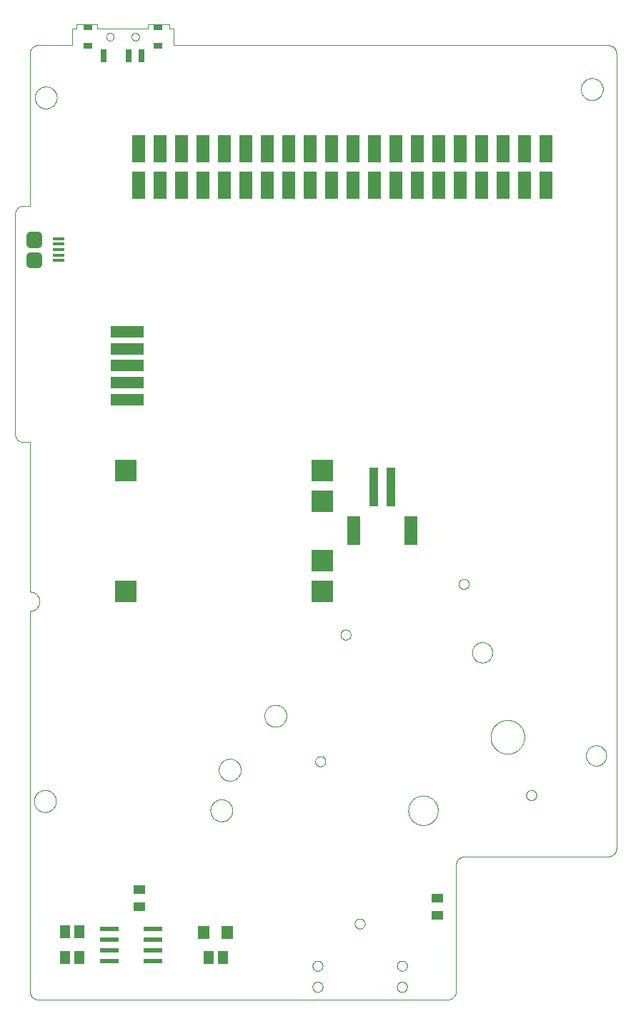
<source format=gbp>
G75*
%MOIN*%
%OFA0B0*%
%FSLAX25Y25*%
%IPPOS*%
%LPD*%
%AMOC8*
5,1,8,0,0,1.08239X$1,22.5*
%
%ADD10C,0.00000*%
%ADD11C,0.00039*%
%ADD12R,0.06000X0.13000*%
%ADD13R,0.10000X0.10000*%
%ADD14R,0.03937X0.03150*%
%ADD15R,0.02756X0.05906*%
%ADD16R,0.08661X0.02362*%
%ADD17R,0.05118X0.05906*%
%ADD18R,0.15748X0.05512*%
%ADD19R,0.03937X0.18110*%
%ADD20R,0.06299X0.13386*%
%ADD21C,0.03740*%
%ADD22R,0.05315X0.01575*%
%ADD23R,0.05512X0.06299*%
%ADD24R,0.05512X0.04331*%
D10*
X0029320Y0023079D02*
X0029320Y0200244D01*
X0029453Y0200246D01*
X0029586Y0200252D01*
X0029718Y0200262D01*
X0029851Y0200275D01*
X0029982Y0200293D01*
X0030114Y0200314D01*
X0030244Y0200339D01*
X0030374Y0200368D01*
X0030503Y0200401D01*
X0030630Y0200438D01*
X0030757Y0200478D01*
X0030883Y0200522D01*
X0031007Y0200570D01*
X0031129Y0200621D01*
X0031250Y0200676D01*
X0031370Y0200735D01*
X0031487Y0200796D01*
X0031603Y0200862D01*
X0031717Y0200930D01*
X0031829Y0201002D01*
X0031938Y0201078D01*
X0032046Y0201156D01*
X0032151Y0201238D01*
X0032253Y0201322D01*
X0032353Y0201410D01*
X0032451Y0201500D01*
X0032545Y0201594D01*
X0032637Y0201690D01*
X0032726Y0201789D01*
X0032812Y0201890D01*
X0032895Y0201994D01*
X0032975Y0202100D01*
X0033052Y0202208D01*
X0033126Y0202319D01*
X0033196Y0202432D01*
X0033263Y0202546D01*
X0033327Y0202663D01*
X0033387Y0202782D01*
X0033444Y0202902D01*
X0033497Y0203024D01*
X0033546Y0203147D01*
X0033592Y0203272D01*
X0033635Y0203398D01*
X0033673Y0203525D01*
X0033708Y0203654D01*
X0033739Y0203783D01*
X0033766Y0203913D01*
X0033789Y0204044D01*
X0033809Y0204175D01*
X0033824Y0204308D01*
X0033836Y0204440D01*
X0033844Y0204573D01*
X0033848Y0204706D01*
X0033848Y0204838D01*
X0033844Y0204971D01*
X0033836Y0205104D01*
X0033824Y0205236D01*
X0033809Y0205369D01*
X0033789Y0205500D01*
X0033766Y0205631D01*
X0033739Y0205761D01*
X0033708Y0205890D01*
X0033673Y0206019D01*
X0033635Y0206146D01*
X0033592Y0206272D01*
X0033546Y0206397D01*
X0033497Y0206520D01*
X0033444Y0206642D01*
X0033387Y0206762D01*
X0033327Y0206881D01*
X0033263Y0206998D01*
X0033196Y0207112D01*
X0033126Y0207225D01*
X0033052Y0207336D01*
X0032975Y0207444D01*
X0032895Y0207550D01*
X0032812Y0207654D01*
X0032726Y0207755D01*
X0032637Y0207854D01*
X0032545Y0207950D01*
X0032451Y0208044D01*
X0032353Y0208134D01*
X0032253Y0208222D01*
X0032151Y0208306D01*
X0032046Y0208388D01*
X0031938Y0208466D01*
X0031829Y0208542D01*
X0031717Y0208614D01*
X0031603Y0208682D01*
X0031487Y0208748D01*
X0031370Y0208809D01*
X0031250Y0208868D01*
X0031129Y0208923D01*
X0031007Y0208974D01*
X0030883Y0209022D01*
X0030757Y0209066D01*
X0030630Y0209106D01*
X0030503Y0209143D01*
X0030374Y0209176D01*
X0030244Y0209205D01*
X0030114Y0209230D01*
X0029982Y0209251D01*
X0029851Y0209269D01*
X0029718Y0209282D01*
X0029586Y0209292D01*
X0029453Y0209298D01*
X0029320Y0209300D01*
X0029320Y0209299D02*
X0029320Y0278984D01*
X0026367Y0278984D01*
X0026243Y0278986D01*
X0026120Y0278992D01*
X0025996Y0279001D01*
X0025874Y0279015D01*
X0025751Y0279032D01*
X0025629Y0279054D01*
X0025508Y0279079D01*
X0025388Y0279108D01*
X0025269Y0279140D01*
X0025150Y0279177D01*
X0025033Y0279217D01*
X0024918Y0279260D01*
X0024803Y0279308D01*
X0024691Y0279359D01*
X0024580Y0279413D01*
X0024470Y0279471D01*
X0024363Y0279532D01*
X0024257Y0279597D01*
X0024154Y0279665D01*
X0024053Y0279736D01*
X0023954Y0279810D01*
X0023857Y0279887D01*
X0023763Y0279968D01*
X0023672Y0280051D01*
X0023583Y0280137D01*
X0023497Y0280226D01*
X0023414Y0280317D01*
X0023333Y0280411D01*
X0023256Y0280508D01*
X0023182Y0280607D01*
X0023111Y0280708D01*
X0023043Y0280811D01*
X0022978Y0280917D01*
X0022917Y0281024D01*
X0022859Y0281134D01*
X0022805Y0281245D01*
X0022754Y0281357D01*
X0022706Y0281472D01*
X0022663Y0281587D01*
X0022623Y0281704D01*
X0022586Y0281823D01*
X0022554Y0281942D01*
X0022525Y0282062D01*
X0022500Y0282183D01*
X0022478Y0282305D01*
X0022461Y0282428D01*
X0022447Y0282550D01*
X0022438Y0282674D01*
X0022432Y0282797D01*
X0022430Y0282921D01*
X0022430Y0385283D01*
X0022432Y0385407D01*
X0022438Y0385530D01*
X0022447Y0385654D01*
X0022461Y0385776D01*
X0022478Y0385899D01*
X0022500Y0386021D01*
X0022525Y0386142D01*
X0022554Y0386262D01*
X0022586Y0386381D01*
X0022623Y0386500D01*
X0022663Y0386617D01*
X0022706Y0386732D01*
X0022754Y0386847D01*
X0022805Y0386959D01*
X0022859Y0387070D01*
X0022917Y0387180D01*
X0022978Y0387287D01*
X0023043Y0387393D01*
X0023111Y0387496D01*
X0023182Y0387597D01*
X0023256Y0387696D01*
X0023333Y0387793D01*
X0023414Y0387887D01*
X0023497Y0387978D01*
X0023583Y0388067D01*
X0023672Y0388153D01*
X0023763Y0388236D01*
X0023857Y0388317D01*
X0023954Y0388394D01*
X0024053Y0388468D01*
X0024154Y0388539D01*
X0024257Y0388607D01*
X0024363Y0388672D01*
X0024470Y0388733D01*
X0024580Y0388791D01*
X0024691Y0388845D01*
X0024803Y0388896D01*
X0024918Y0388944D01*
X0025033Y0388987D01*
X0025150Y0389027D01*
X0025269Y0389064D01*
X0025388Y0389096D01*
X0025508Y0389125D01*
X0025629Y0389150D01*
X0025751Y0389172D01*
X0025874Y0389189D01*
X0025996Y0389203D01*
X0026120Y0389212D01*
X0026243Y0389218D01*
X0026367Y0389220D01*
X0029320Y0389220D01*
X0029320Y0460087D01*
X0029322Y0460211D01*
X0029328Y0460334D01*
X0029337Y0460458D01*
X0029351Y0460580D01*
X0029368Y0460703D01*
X0029390Y0460825D01*
X0029415Y0460946D01*
X0029444Y0461066D01*
X0029476Y0461185D01*
X0029513Y0461304D01*
X0029553Y0461421D01*
X0029596Y0461536D01*
X0029644Y0461651D01*
X0029695Y0461763D01*
X0029749Y0461874D01*
X0029807Y0461984D01*
X0029868Y0462091D01*
X0029933Y0462197D01*
X0030001Y0462300D01*
X0030072Y0462401D01*
X0030146Y0462500D01*
X0030223Y0462597D01*
X0030304Y0462691D01*
X0030387Y0462782D01*
X0030473Y0462871D01*
X0030562Y0462957D01*
X0030653Y0463040D01*
X0030747Y0463121D01*
X0030844Y0463198D01*
X0030943Y0463272D01*
X0031044Y0463343D01*
X0031147Y0463411D01*
X0031253Y0463476D01*
X0031360Y0463537D01*
X0031470Y0463595D01*
X0031581Y0463649D01*
X0031693Y0463700D01*
X0031808Y0463748D01*
X0031923Y0463791D01*
X0032040Y0463831D01*
X0032159Y0463868D01*
X0032278Y0463900D01*
X0032398Y0463929D01*
X0032519Y0463954D01*
X0032641Y0463976D01*
X0032764Y0463993D01*
X0032886Y0464007D01*
X0033010Y0464016D01*
X0033133Y0464022D01*
X0033257Y0464024D01*
X0049005Y0464024D01*
X0049005Y0471898D01*
X0050974Y0471898D01*
X0050974Y0473866D01*
X0060816Y0473866D01*
X0060816Y0471898D01*
X0084438Y0471898D01*
X0084438Y0473866D01*
X0094281Y0473866D01*
X0094281Y0471898D01*
X0096249Y0471898D01*
X0096249Y0464024D01*
X0299005Y0464024D01*
X0299129Y0464022D01*
X0299252Y0464016D01*
X0299376Y0464007D01*
X0299498Y0463993D01*
X0299621Y0463976D01*
X0299743Y0463954D01*
X0299864Y0463929D01*
X0299984Y0463900D01*
X0300103Y0463868D01*
X0300222Y0463831D01*
X0300339Y0463791D01*
X0300454Y0463748D01*
X0300569Y0463700D01*
X0300681Y0463649D01*
X0300792Y0463595D01*
X0300902Y0463537D01*
X0301009Y0463476D01*
X0301115Y0463411D01*
X0301218Y0463343D01*
X0301319Y0463272D01*
X0301418Y0463198D01*
X0301515Y0463121D01*
X0301609Y0463040D01*
X0301700Y0462957D01*
X0301789Y0462871D01*
X0301875Y0462782D01*
X0301958Y0462691D01*
X0302039Y0462597D01*
X0302116Y0462500D01*
X0302190Y0462401D01*
X0302261Y0462300D01*
X0302329Y0462197D01*
X0302394Y0462091D01*
X0302455Y0461984D01*
X0302513Y0461874D01*
X0302567Y0461763D01*
X0302618Y0461651D01*
X0302666Y0461536D01*
X0302709Y0461421D01*
X0302749Y0461304D01*
X0302786Y0461185D01*
X0302818Y0461066D01*
X0302847Y0460946D01*
X0302872Y0460825D01*
X0302894Y0460703D01*
X0302911Y0460580D01*
X0302925Y0460458D01*
X0302934Y0460334D01*
X0302940Y0460211D01*
X0302942Y0460087D01*
X0302942Y0089811D01*
X0302940Y0089687D01*
X0302934Y0089564D01*
X0302925Y0089440D01*
X0302911Y0089318D01*
X0302894Y0089195D01*
X0302872Y0089073D01*
X0302847Y0088952D01*
X0302818Y0088832D01*
X0302786Y0088713D01*
X0302749Y0088594D01*
X0302709Y0088477D01*
X0302666Y0088362D01*
X0302618Y0088247D01*
X0302567Y0088135D01*
X0302513Y0088024D01*
X0302455Y0087914D01*
X0302394Y0087807D01*
X0302329Y0087701D01*
X0302261Y0087598D01*
X0302190Y0087497D01*
X0302116Y0087398D01*
X0302039Y0087301D01*
X0301958Y0087207D01*
X0301875Y0087116D01*
X0301789Y0087027D01*
X0301700Y0086941D01*
X0301609Y0086858D01*
X0301515Y0086777D01*
X0301418Y0086700D01*
X0301319Y0086626D01*
X0301218Y0086555D01*
X0301115Y0086487D01*
X0301009Y0086422D01*
X0300902Y0086361D01*
X0300792Y0086303D01*
X0300681Y0086249D01*
X0300569Y0086198D01*
X0300454Y0086150D01*
X0300339Y0086107D01*
X0300222Y0086067D01*
X0300103Y0086030D01*
X0299984Y0085998D01*
X0299864Y0085969D01*
X0299743Y0085944D01*
X0299621Y0085922D01*
X0299498Y0085905D01*
X0299376Y0085891D01*
X0299252Y0085882D01*
X0299129Y0085876D01*
X0299005Y0085874D01*
X0232076Y0085874D01*
X0231952Y0085872D01*
X0231829Y0085866D01*
X0231705Y0085857D01*
X0231583Y0085843D01*
X0231460Y0085826D01*
X0231338Y0085804D01*
X0231217Y0085779D01*
X0231097Y0085750D01*
X0230978Y0085718D01*
X0230859Y0085681D01*
X0230742Y0085641D01*
X0230627Y0085598D01*
X0230512Y0085550D01*
X0230400Y0085499D01*
X0230289Y0085445D01*
X0230179Y0085387D01*
X0230072Y0085326D01*
X0229966Y0085261D01*
X0229863Y0085193D01*
X0229762Y0085122D01*
X0229663Y0085048D01*
X0229566Y0084971D01*
X0229472Y0084890D01*
X0229381Y0084807D01*
X0229292Y0084721D01*
X0229206Y0084632D01*
X0229123Y0084541D01*
X0229042Y0084447D01*
X0228965Y0084350D01*
X0228891Y0084251D01*
X0228820Y0084150D01*
X0228752Y0084047D01*
X0228687Y0083941D01*
X0228626Y0083834D01*
X0228568Y0083724D01*
X0228514Y0083613D01*
X0228463Y0083501D01*
X0228415Y0083386D01*
X0228372Y0083271D01*
X0228332Y0083154D01*
X0228295Y0083035D01*
X0228263Y0082916D01*
X0228234Y0082796D01*
X0228209Y0082675D01*
X0228187Y0082553D01*
X0228170Y0082430D01*
X0228156Y0082308D01*
X0228147Y0082184D01*
X0228141Y0082061D01*
X0228139Y0081937D01*
X0228139Y0023079D01*
X0228137Y0022955D01*
X0228131Y0022832D01*
X0228122Y0022708D01*
X0228108Y0022586D01*
X0228091Y0022463D01*
X0228069Y0022341D01*
X0228044Y0022220D01*
X0228015Y0022100D01*
X0227983Y0021981D01*
X0227946Y0021862D01*
X0227906Y0021745D01*
X0227863Y0021630D01*
X0227815Y0021515D01*
X0227764Y0021403D01*
X0227710Y0021292D01*
X0227652Y0021182D01*
X0227591Y0021075D01*
X0227526Y0020969D01*
X0227458Y0020866D01*
X0227387Y0020765D01*
X0227313Y0020666D01*
X0227236Y0020569D01*
X0227155Y0020475D01*
X0227072Y0020384D01*
X0226986Y0020295D01*
X0226897Y0020209D01*
X0226806Y0020126D01*
X0226712Y0020045D01*
X0226615Y0019968D01*
X0226516Y0019894D01*
X0226415Y0019823D01*
X0226312Y0019755D01*
X0226206Y0019690D01*
X0226099Y0019629D01*
X0225989Y0019571D01*
X0225878Y0019517D01*
X0225766Y0019466D01*
X0225651Y0019418D01*
X0225536Y0019375D01*
X0225419Y0019335D01*
X0225300Y0019298D01*
X0225181Y0019266D01*
X0225061Y0019237D01*
X0224940Y0019212D01*
X0224818Y0019190D01*
X0224695Y0019173D01*
X0224573Y0019159D01*
X0224449Y0019150D01*
X0224326Y0019144D01*
X0224202Y0019142D01*
X0033257Y0019142D01*
X0033133Y0019144D01*
X0033010Y0019150D01*
X0032886Y0019159D01*
X0032764Y0019173D01*
X0032641Y0019190D01*
X0032519Y0019212D01*
X0032398Y0019237D01*
X0032278Y0019266D01*
X0032159Y0019298D01*
X0032040Y0019335D01*
X0031923Y0019375D01*
X0031808Y0019418D01*
X0031693Y0019466D01*
X0031581Y0019517D01*
X0031470Y0019571D01*
X0031360Y0019629D01*
X0031253Y0019690D01*
X0031147Y0019755D01*
X0031044Y0019823D01*
X0030943Y0019894D01*
X0030844Y0019968D01*
X0030747Y0020045D01*
X0030653Y0020126D01*
X0030562Y0020209D01*
X0030473Y0020295D01*
X0030387Y0020384D01*
X0030304Y0020475D01*
X0030223Y0020569D01*
X0030146Y0020666D01*
X0030072Y0020765D01*
X0030001Y0020866D01*
X0029933Y0020969D01*
X0029868Y0021075D01*
X0029807Y0021182D01*
X0029749Y0021292D01*
X0029695Y0021403D01*
X0029644Y0021515D01*
X0029596Y0021630D01*
X0029553Y0021745D01*
X0029513Y0021862D01*
X0029476Y0021981D01*
X0029444Y0022100D01*
X0029415Y0022220D01*
X0029390Y0022341D01*
X0029368Y0022463D01*
X0029351Y0022586D01*
X0029337Y0022708D01*
X0029328Y0022832D01*
X0029322Y0022955D01*
X0029320Y0023079D01*
X0161210Y0025047D02*
X0161212Y0025144D01*
X0161218Y0025241D01*
X0161228Y0025337D01*
X0161242Y0025433D01*
X0161260Y0025529D01*
X0161281Y0025623D01*
X0161307Y0025717D01*
X0161336Y0025809D01*
X0161370Y0025900D01*
X0161406Y0025990D01*
X0161447Y0026078D01*
X0161491Y0026164D01*
X0161539Y0026249D01*
X0161590Y0026331D01*
X0161644Y0026412D01*
X0161702Y0026490D01*
X0161763Y0026565D01*
X0161826Y0026638D01*
X0161893Y0026709D01*
X0161963Y0026776D01*
X0162035Y0026841D01*
X0162110Y0026902D01*
X0162188Y0026961D01*
X0162267Y0027016D01*
X0162349Y0027068D01*
X0162433Y0027116D01*
X0162519Y0027161D01*
X0162607Y0027203D01*
X0162696Y0027241D01*
X0162787Y0027275D01*
X0162879Y0027305D01*
X0162972Y0027332D01*
X0163067Y0027354D01*
X0163162Y0027373D01*
X0163258Y0027388D01*
X0163354Y0027399D01*
X0163451Y0027406D01*
X0163548Y0027409D01*
X0163645Y0027408D01*
X0163742Y0027403D01*
X0163838Y0027394D01*
X0163934Y0027381D01*
X0164030Y0027364D01*
X0164125Y0027343D01*
X0164218Y0027319D01*
X0164311Y0027290D01*
X0164403Y0027258D01*
X0164493Y0027222D01*
X0164581Y0027183D01*
X0164668Y0027139D01*
X0164753Y0027093D01*
X0164836Y0027042D01*
X0164917Y0026989D01*
X0164995Y0026932D01*
X0165072Y0026872D01*
X0165145Y0026809D01*
X0165216Y0026743D01*
X0165284Y0026674D01*
X0165350Y0026602D01*
X0165412Y0026528D01*
X0165471Y0026451D01*
X0165527Y0026372D01*
X0165580Y0026290D01*
X0165630Y0026207D01*
X0165675Y0026121D01*
X0165718Y0026034D01*
X0165757Y0025945D01*
X0165792Y0025855D01*
X0165823Y0025763D01*
X0165850Y0025670D01*
X0165874Y0025576D01*
X0165894Y0025481D01*
X0165910Y0025385D01*
X0165922Y0025289D01*
X0165930Y0025192D01*
X0165934Y0025095D01*
X0165934Y0024999D01*
X0165930Y0024902D01*
X0165922Y0024805D01*
X0165910Y0024709D01*
X0165894Y0024613D01*
X0165874Y0024518D01*
X0165850Y0024424D01*
X0165823Y0024331D01*
X0165792Y0024239D01*
X0165757Y0024149D01*
X0165718Y0024060D01*
X0165675Y0023973D01*
X0165630Y0023887D01*
X0165580Y0023804D01*
X0165527Y0023722D01*
X0165471Y0023643D01*
X0165412Y0023566D01*
X0165350Y0023492D01*
X0165284Y0023420D01*
X0165216Y0023351D01*
X0165145Y0023285D01*
X0165072Y0023222D01*
X0164995Y0023162D01*
X0164917Y0023105D01*
X0164836Y0023052D01*
X0164753Y0023001D01*
X0164668Y0022955D01*
X0164581Y0022911D01*
X0164493Y0022872D01*
X0164403Y0022836D01*
X0164311Y0022804D01*
X0164218Y0022775D01*
X0164125Y0022751D01*
X0164030Y0022730D01*
X0163934Y0022713D01*
X0163838Y0022700D01*
X0163742Y0022691D01*
X0163645Y0022686D01*
X0163548Y0022685D01*
X0163451Y0022688D01*
X0163354Y0022695D01*
X0163258Y0022706D01*
X0163162Y0022721D01*
X0163067Y0022740D01*
X0162972Y0022762D01*
X0162879Y0022789D01*
X0162787Y0022819D01*
X0162696Y0022853D01*
X0162607Y0022891D01*
X0162519Y0022933D01*
X0162433Y0022978D01*
X0162349Y0023026D01*
X0162267Y0023078D01*
X0162188Y0023133D01*
X0162110Y0023192D01*
X0162035Y0023253D01*
X0161963Y0023318D01*
X0161893Y0023385D01*
X0161826Y0023456D01*
X0161763Y0023529D01*
X0161702Y0023604D01*
X0161644Y0023682D01*
X0161590Y0023763D01*
X0161539Y0023845D01*
X0161491Y0023930D01*
X0161447Y0024016D01*
X0161406Y0024104D01*
X0161370Y0024194D01*
X0161336Y0024285D01*
X0161307Y0024377D01*
X0161281Y0024471D01*
X0161260Y0024565D01*
X0161242Y0024661D01*
X0161228Y0024757D01*
X0161218Y0024853D01*
X0161212Y0024950D01*
X0161210Y0025047D01*
X0161210Y0034890D02*
X0161212Y0034987D01*
X0161218Y0035084D01*
X0161228Y0035180D01*
X0161242Y0035276D01*
X0161260Y0035372D01*
X0161281Y0035466D01*
X0161307Y0035560D01*
X0161336Y0035652D01*
X0161370Y0035743D01*
X0161406Y0035833D01*
X0161447Y0035921D01*
X0161491Y0036007D01*
X0161539Y0036092D01*
X0161590Y0036174D01*
X0161644Y0036255D01*
X0161702Y0036333D01*
X0161763Y0036408D01*
X0161826Y0036481D01*
X0161893Y0036552D01*
X0161963Y0036619D01*
X0162035Y0036684D01*
X0162110Y0036745D01*
X0162188Y0036804D01*
X0162267Y0036859D01*
X0162349Y0036911D01*
X0162433Y0036959D01*
X0162519Y0037004D01*
X0162607Y0037046D01*
X0162696Y0037084D01*
X0162787Y0037118D01*
X0162879Y0037148D01*
X0162972Y0037175D01*
X0163067Y0037197D01*
X0163162Y0037216D01*
X0163258Y0037231D01*
X0163354Y0037242D01*
X0163451Y0037249D01*
X0163548Y0037252D01*
X0163645Y0037251D01*
X0163742Y0037246D01*
X0163838Y0037237D01*
X0163934Y0037224D01*
X0164030Y0037207D01*
X0164125Y0037186D01*
X0164218Y0037162D01*
X0164311Y0037133D01*
X0164403Y0037101D01*
X0164493Y0037065D01*
X0164581Y0037026D01*
X0164668Y0036982D01*
X0164753Y0036936D01*
X0164836Y0036885D01*
X0164917Y0036832D01*
X0164995Y0036775D01*
X0165072Y0036715D01*
X0165145Y0036652D01*
X0165216Y0036586D01*
X0165284Y0036517D01*
X0165350Y0036445D01*
X0165412Y0036371D01*
X0165471Y0036294D01*
X0165527Y0036215D01*
X0165580Y0036133D01*
X0165630Y0036050D01*
X0165675Y0035964D01*
X0165718Y0035877D01*
X0165757Y0035788D01*
X0165792Y0035698D01*
X0165823Y0035606D01*
X0165850Y0035513D01*
X0165874Y0035419D01*
X0165894Y0035324D01*
X0165910Y0035228D01*
X0165922Y0035132D01*
X0165930Y0035035D01*
X0165934Y0034938D01*
X0165934Y0034842D01*
X0165930Y0034745D01*
X0165922Y0034648D01*
X0165910Y0034552D01*
X0165894Y0034456D01*
X0165874Y0034361D01*
X0165850Y0034267D01*
X0165823Y0034174D01*
X0165792Y0034082D01*
X0165757Y0033992D01*
X0165718Y0033903D01*
X0165675Y0033816D01*
X0165630Y0033730D01*
X0165580Y0033647D01*
X0165527Y0033565D01*
X0165471Y0033486D01*
X0165412Y0033409D01*
X0165350Y0033335D01*
X0165284Y0033263D01*
X0165216Y0033194D01*
X0165145Y0033128D01*
X0165072Y0033065D01*
X0164995Y0033005D01*
X0164917Y0032948D01*
X0164836Y0032895D01*
X0164753Y0032844D01*
X0164668Y0032798D01*
X0164581Y0032754D01*
X0164493Y0032715D01*
X0164403Y0032679D01*
X0164311Y0032647D01*
X0164218Y0032618D01*
X0164125Y0032594D01*
X0164030Y0032573D01*
X0163934Y0032556D01*
X0163838Y0032543D01*
X0163742Y0032534D01*
X0163645Y0032529D01*
X0163548Y0032528D01*
X0163451Y0032531D01*
X0163354Y0032538D01*
X0163258Y0032549D01*
X0163162Y0032564D01*
X0163067Y0032583D01*
X0162972Y0032605D01*
X0162879Y0032632D01*
X0162787Y0032662D01*
X0162696Y0032696D01*
X0162607Y0032734D01*
X0162519Y0032776D01*
X0162433Y0032821D01*
X0162349Y0032869D01*
X0162267Y0032921D01*
X0162188Y0032976D01*
X0162110Y0033035D01*
X0162035Y0033096D01*
X0161963Y0033161D01*
X0161893Y0033228D01*
X0161826Y0033299D01*
X0161763Y0033372D01*
X0161702Y0033447D01*
X0161644Y0033525D01*
X0161590Y0033606D01*
X0161539Y0033688D01*
X0161491Y0033773D01*
X0161447Y0033859D01*
X0161406Y0033947D01*
X0161370Y0034037D01*
X0161336Y0034128D01*
X0161307Y0034220D01*
X0161281Y0034314D01*
X0161260Y0034408D01*
X0161242Y0034504D01*
X0161228Y0034600D01*
X0161218Y0034696D01*
X0161212Y0034793D01*
X0161210Y0034890D01*
X0180895Y0054575D02*
X0180897Y0054672D01*
X0180903Y0054769D01*
X0180913Y0054865D01*
X0180927Y0054961D01*
X0180945Y0055057D01*
X0180966Y0055151D01*
X0180992Y0055245D01*
X0181021Y0055337D01*
X0181055Y0055428D01*
X0181091Y0055518D01*
X0181132Y0055606D01*
X0181176Y0055692D01*
X0181224Y0055777D01*
X0181275Y0055859D01*
X0181329Y0055940D01*
X0181387Y0056018D01*
X0181448Y0056093D01*
X0181511Y0056166D01*
X0181578Y0056237D01*
X0181648Y0056304D01*
X0181720Y0056369D01*
X0181795Y0056430D01*
X0181873Y0056489D01*
X0181952Y0056544D01*
X0182034Y0056596D01*
X0182118Y0056644D01*
X0182204Y0056689D01*
X0182292Y0056731D01*
X0182381Y0056769D01*
X0182472Y0056803D01*
X0182564Y0056833D01*
X0182657Y0056860D01*
X0182752Y0056882D01*
X0182847Y0056901D01*
X0182943Y0056916D01*
X0183039Y0056927D01*
X0183136Y0056934D01*
X0183233Y0056937D01*
X0183330Y0056936D01*
X0183427Y0056931D01*
X0183523Y0056922D01*
X0183619Y0056909D01*
X0183715Y0056892D01*
X0183810Y0056871D01*
X0183903Y0056847D01*
X0183996Y0056818D01*
X0184088Y0056786D01*
X0184178Y0056750D01*
X0184266Y0056711D01*
X0184353Y0056667D01*
X0184438Y0056621D01*
X0184521Y0056570D01*
X0184602Y0056517D01*
X0184680Y0056460D01*
X0184757Y0056400D01*
X0184830Y0056337D01*
X0184901Y0056271D01*
X0184969Y0056202D01*
X0185035Y0056130D01*
X0185097Y0056056D01*
X0185156Y0055979D01*
X0185212Y0055900D01*
X0185265Y0055818D01*
X0185315Y0055735D01*
X0185360Y0055649D01*
X0185403Y0055562D01*
X0185442Y0055473D01*
X0185477Y0055383D01*
X0185508Y0055291D01*
X0185535Y0055198D01*
X0185559Y0055104D01*
X0185579Y0055009D01*
X0185595Y0054913D01*
X0185607Y0054817D01*
X0185615Y0054720D01*
X0185619Y0054623D01*
X0185619Y0054527D01*
X0185615Y0054430D01*
X0185607Y0054333D01*
X0185595Y0054237D01*
X0185579Y0054141D01*
X0185559Y0054046D01*
X0185535Y0053952D01*
X0185508Y0053859D01*
X0185477Y0053767D01*
X0185442Y0053677D01*
X0185403Y0053588D01*
X0185360Y0053501D01*
X0185315Y0053415D01*
X0185265Y0053332D01*
X0185212Y0053250D01*
X0185156Y0053171D01*
X0185097Y0053094D01*
X0185035Y0053020D01*
X0184969Y0052948D01*
X0184901Y0052879D01*
X0184830Y0052813D01*
X0184757Y0052750D01*
X0184680Y0052690D01*
X0184602Y0052633D01*
X0184521Y0052580D01*
X0184438Y0052529D01*
X0184353Y0052483D01*
X0184266Y0052439D01*
X0184178Y0052400D01*
X0184088Y0052364D01*
X0183996Y0052332D01*
X0183903Y0052303D01*
X0183810Y0052279D01*
X0183715Y0052258D01*
X0183619Y0052241D01*
X0183523Y0052228D01*
X0183427Y0052219D01*
X0183330Y0052214D01*
X0183233Y0052213D01*
X0183136Y0052216D01*
X0183039Y0052223D01*
X0182943Y0052234D01*
X0182847Y0052249D01*
X0182752Y0052268D01*
X0182657Y0052290D01*
X0182564Y0052317D01*
X0182472Y0052347D01*
X0182381Y0052381D01*
X0182292Y0052419D01*
X0182204Y0052461D01*
X0182118Y0052506D01*
X0182034Y0052554D01*
X0181952Y0052606D01*
X0181873Y0052661D01*
X0181795Y0052720D01*
X0181720Y0052781D01*
X0181648Y0052846D01*
X0181578Y0052913D01*
X0181511Y0052984D01*
X0181448Y0053057D01*
X0181387Y0053132D01*
X0181329Y0053210D01*
X0181275Y0053291D01*
X0181224Y0053373D01*
X0181176Y0053458D01*
X0181132Y0053544D01*
X0181091Y0053632D01*
X0181055Y0053722D01*
X0181021Y0053813D01*
X0180992Y0053905D01*
X0180966Y0053999D01*
X0180945Y0054093D01*
X0180927Y0054189D01*
X0180913Y0054285D01*
X0180903Y0054381D01*
X0180897Y0054478D01*
X0180895Y0054575D01*
X0200580Y0034890D02*
X0200582Y0034987D01*
X0200588Y0035084D01*
X0200598Y0035180D01*
X0200612Y0035276D01*
X0200630Y0035372D01*
X0200651Y0035466D01*
X0200677Y0035560D01*
X0200706Y0035652D01*
X0200740Y0035743D01*
X0200776Y0035833D01*
X0200817Y0035921D01*
X0200861Y0036007D01*
X0200909Y0036092D01*
X0200960Y0036174D01*
X0201014Y0036255D01*
X0201072Y0036333D01*
X0201133Y0036408D01*
X0201196Y0036481D01*
X0201263Y0036552D01*
X0201333Y0036619D01*
X0201405Y0036684D01*
X0201480Y0036745D01*
X0201558Y0036804D01*
X0201637Y0036859D01*
X0201719Y0036911D01*
X0201803Y0036959D01*
X0201889Y0037004D01*
X0201977Y0037046D01*
X0202066Y0037084D01*
X0202157Y0037118D01*
X0202249Y0037148D01*
X0202342Y0037175D01*
X0202437Y0037197D01*
X0202532Y0037216D01*
X0202628Y0037231D01*
X0202724Y0037242D01*
X0202821Y0037249D01*
X0202918Y0037252D01*
X0203015Y0037251D01*
X0203112Y0037246D01*
X0203208Y0037237D01*
X0203304Y0037224D01*
X0203400Y0037207D01*
X0203495Y0037186D01*
X0203588Y0037162D01*
X0203681Y0037133D01*
X0203773Y0037101D01*
X0203863Y0037065D01*
X0203951Y0037026D01*
X0204038Y0036982D01*
X0204123Y0036936D01*
X0204206Y0036885D01*
X0204287Y0036832D01*
X0204365Y0036775D01*
X0204442Y0036715D01*
X0204515Y0036652D01*
X0204586Y0036586D01*
X0204654Y0036517D01*
X0204720Y0036445D01*
X0204782Y0036371D01*
X0204841Y0036294D01*
X0204897Y0036215D01*
X0204950Y0036133D01*
X0205000Y0036050D01*
X0205045Y0035964D01*
X0205088Y0035877D01*
X0205127Y0035788D01*
X0205162Y0035698D01*
X0205193Y0035606D01*
X0205220Y0035513D01*
X0205244Y0035419D01*
X0205264Y0035324D01*
X0205280Y0035228D01*
X0205292Y0035132D01*
X0205300Y0035035D01*
X0205304Y0034938D01*
X0205304Y0034842D01*
X0205300Y0034745D01*
X0205292Y0034648D01*
X0205280Y0034552D01*
X0205264Y0034456D01*
X0205244Y0034361D01*
X0205220Y0034267D01*
X0205193Y0034174D01*
X0205162Y0034082D01*
X0205127Y0033992D01*
X0205088Y0033903D01*
X0205045Y0033816D01*
X0205000Y0033730D01*
X0204950Y0033647D01*
X0204897Y0033565D01*
X0204841Y0033486D01*
X0204782Y0033409D01*
X0204720Y0033335D01*
X0204654Y0033263D01*
X0204586Y0033194D01*
X0204515Y0033128D01*
X0204442Y0033065D01*
X0204365Y0033005D01*
X0204287Y0032948D01*
X0204206Y0032895D01*
X0204123Y0032844D01*
X0204038Y0032798D01*
X0203951Y0032754D01*
X0203863Y0032715D01*
X0203773Y0032679D01*
X0203681Y0032647D01*
X0203588Y0032618D01*
X0203495Y0032594D01*
X0203400Y0032573D01*
X0203304Y0032556D01*
X0203208Y0032543D01*
X0203112Y0032534D01*
X0203015Y0032529D01*
X0202918Y0032528D01*
X0202821Y0032531D01*
X0202724Y0032538D01*
X0202628Y0032549D01*
X0202532Y0032564D01*
X0202437Y0032583D01*
X0202342Y0032605D01*
X0202249Y0032632D01*
X0202157Y0032662D01*
X0202066Y0032696D01*
X0201977Y0032734D01*
X0201889Y0032776D01*
X0201803Y0032821D01*
X0201719Y0032869D01*
X0201637Y0032921D01*
X0201558Y0032976D01*
X0201480Y0033035D01*
X0201405Y0033096D01*
X0201333Y0033161D01*
X0201263Y0033228D01*
X0201196Y0033299D01*
X0201133Y0033372D01*
X0201072Y0033447D01*
X0201014Y0033525D01*
X0200960Y0033606D01*
X0200909Y0033688D01*
X0200861Y0033773D01*
X0200817Y0033859D01*
X0200776Y0033947D01*
X0200740Y0034037D01*
X0200706Y0034128D01*
X0200677Y0034220D01*
X0200651Y0034314D01*
X0200630Y0034408D01*
X0200612Y0034504D01*
X0200598Y0034600D01*
X0200588Y0034696D01*
X0200582Y0034793D01*
X0200580Y0034890D01*
X0200580Y0025047D02*
X0200582Y0025144D01*
X0200588Y0025241D01*
X0200598Y0025337D01*
X0200612Y0025433D01*
X0200630Y0025529D01*
X0200651Y0025623D01*
X0200677Y0025717D01*
X0200706Y0025809D01*
X0200740Y0025900D01*
X0200776Y0025990D01*
X0200817Y0026078D01*
X0200861Y0026164D01*
X0200909Y0026249D01*
X0200960Y0026331D01*
X0201014Y0026412D01*
X0201072Y0026490D01*
X0201133Y0026565D01*
X0201196Y0026638D01*
X0201263Y0026709D01*
X0201333Y0026776D01*
X0201405Y0026841D01*
X0201480Y0026902D01*
X0201558Y0026961D01*
X0201637Y0027016D01*
X0201719Y0027068D01*
X0201803Y0027116D01*
X0201889Y0027161D01*
X0201977Y0027203D01*
X0202066Y0027241D01*
X0202157Y0027275D01*
X0202249Y0027305D01*
X0202342Y0027332D01*
X0202437Y0027354D01*
X0202532Y0027373D01*
X0202628Y0027388D01*
X0202724Y0027399D01*
X0202821Y0027406D01*
X0202918Y0027409D01*
X0203015Y0027408D01*
X0203112Y0027403D01*
X0203208Y0027394D01*
X0203304Y0027381D01*
X0203400Y0027364D01*
X0203495Y0027343D01*
X0203588Y0027319D01*
X0203681Y0027290D01*
X0203773Y0027258D01*
X0203863Y0027222D01*
X0203951Y0027183D01*
X0204038Y0027139D01*
X0204123Y0027093D01*
X0204206Y0027042D01*
X0204287Y0026989D01*
X0204365Y0026932D01*
X0204442Y0026872D01*
X0204515Y0026809D01*
X0204586Y0026743D01*
X0204654Y0026674D01*
X0204720Y0026602D01*
X0204782Y0026528D01*
X0204841Y0026451D01*
X0204897Y0026372D01*
X0204950Y0026290D01*
X0205000Y0026207D01*
X0205045Y0026121D01*
X0205088Y0026034D01*
X0205127Y0025945D01*
X0205162Y0025855D01*
X0205193Y0025763D01*
X0205220Y0025670D01*
X0205244Y0025576D01*
X0205264Y0025481D01*
X0205280Y0025385D01*
X0205292Y0025289D01*
X0205300Y0025192D01*
X0205304Y0025095D01*
X0205304Y0024999D01*
X0205300Y0024902D01*
X0205292Y0024805D01*
X0205280Y0024709D01*
X0205264Y0024613D01*
X0205244Y0024518D01*
X0205220Y0024424D01*
X0205193Y0024331D01*
X0205162Y0024239D01*
X0205127Y0024149D01*
X0205088Y0024060D01*
X0205045Y0023973D01*
X0205000Y0023887D01*
X0204950Y0023804D01*
X0204897Y0023722D01*
X0204841Y0023643D01*
X0204782Y0023566D01*
X0204720Y0023492D01*
X0204654Y0023420D01*
X0204586Y0023351D01*
X0204515Y0023285D01*
X0204442Y0023222D01*
X0204365Y0023162D01*
X0204287Y0023105D01*
X0204206Y0023052D01*
X0204123Y0023001D01*
X0204038Y0022955D01*
X0203951Y0022911D01*
X0203863Y0022872D01*
X0203773Y0022836D01*
X0203681Y0022804D01*
X0203588Y0022775D01*
X0203495Y0022751D01*
X0203400Y0022730D01*
X0203304Y0022713D01*
X0203208Y0022700D01*
X0203112Y0022691D01*
X0203015Y0022686D01*
X0202918Y0022685D01*
X0202821Y0022688D01*
X0202724Y0022695D01*
X0202628Y0022706D01*
X0202532Y0022721D01*
X0202437Y0022740D01*
X0202342Y0022762D01*
X0202249Y0022789D01*
X0202157Y0022819D01*
X0202066Y0022853D01*
X0201977Y0022891D01*
X0201889Y0022933D01*
X0201803Y0022978D01*
X0201719Y0023026D01*
X0201637Y0023078D01*
X0201558Y0023133D01*
X0201480Y0023192D01*
X0201405Y0023253D01*
X0201333Y0023318D01*
X0201263Y0023385D01*
X0201196Y0023456D01*
X0201133Y0023529D01*
X0201072Y0023604D01*
X0201014Y0023682D01*
X0200960Y0023763D01*
X0200909Y0023845D01*
X0200861Y0023930D01*
X0200817Y0024016D01*
X0200776Y0024104D01*
X0200740Y0024194D01*
X0200706Y0024285D01*
X0200677Y0024377D01*
X0200651Y0024471D01*
X0200630Y0024565D01*
X0200612Y0024661D01*
X0200598Y0024757D01*
X0200588Y0024853D01*
X0200582Y0024950D01*
X0200580Y0025047D01*
X0260895Y0114457D02*
X0260897Y0114554D01*
X0260903Y0114651D01*
X0260913Y0114747D01*
X0260927Y0114843D01*
X0260945Y0114939D01*
X0260966Y0115033D01*
X0260992Y0115127D01*
X0261021Y0115219D01*
X0261055Y0115310D01*
X0261091Y0115400D01*
X0261132Y0115488D01*
X0261176Y0115574D01*
X0261224Y0115659D01*
X0261275Y0115741D01*
X0261329Y0115822D01*
X0261387Y0115900D01*
X0261448Y0115975D01*
X0261511Y0116048D01*
X0261578Y0116119D01*
X0261648Y0116186D01*
X0261720Y0116251D01*
X0261795Y0116312D01*
X0261873Y0116371D01*
X0261952Y0116426D01*
X0262034Y0116478D01*
X0262118Y0116526D01*
X0262204Y0116571D01*
X0262292Y0116613D01*
X0262381Y0116651D01*
X0262472Y0116685D01*
X0262564Y0116715D01*
X0262657Y0116742D01*
X0262752Y0116764D01*
X0262847Y0116783D01*
X0262943Y0116798D01*
X0263039Y0116809D01*
X0263136Y0116816D01*
X0263233Y0116819D01*
X0263330Y0116818D01*
X0263427Y0116813D01*
X0263523Y0116804D01*
X0263619Y0116791D01*
X0263715Y0116774D01*
X0263810Y0116753D01*
X0263903Y0116729D01*
X0263996Y0116700D01*
X0264088Y0116668D01*
X0264178Y0116632D01*
X0264266Y0116593D01*
X0264353Y0116549D01*
X0264438Y0116503D01*
X0264521Y0116452D01*
X0264602Y0116399D01*
X0264680Y0116342D01*
X0264757Y0116282D01*
X0264830Y0116219D01*
X0264901Y0116153D01*
X0264969Y0116084D01*
X0265035Y0116012D01*
X0265097Y0115938D01*
X0265156Y0115861D01*
X0265212Y0115782D01*
X0265265Y0115700D01*
X0265315Y0115617D01*
X0265360Y0115531D01*
X0265403Y0115444D01*
X0265442Y0115355D01*
X0265477Y0115265D01*
X0265508Y0115173D01*
X0265535Y0115080D01*
X0265559Y0114986D01*
X0265579Y0114891D01*
X0265595Y0114795D01*
X0265607Y0114699D01*
X0265615Y0114602D01*
X0265619Y0114505D01*
X0265619Y0114409D01*
X0265615Y0114312D01*
X0265607Y0114215D01*
X0265595Y0114119D01*
X0265579Y0114023D01*
X0265559Y0113928D01*
X0265535Y0113834D01*
X0265508Y0113741D01*
X0265477Y0113649D01*
X0265442Y0113559D01*
X0265403Y0113470D01*
X0265360Y0113383D01*
X0265315Y0113297D01*
X0265265Y0113214D01*
X0265212Y0113132D01*
X0265156Y0113053D01*
X0265097Y0112976D01*
X0265035Y0112902D01*
X0264969Y0112830D01*
X0264901Y0112761D01*
X0264830Y0112695D01*
X0264757Y0112632D01*
X0264680Y0112572D01*
X0264602Y0112515D01*
X0264521Y0112462D01*
X0264438Y0112411D01*
X0264353Y0112365D01*
X0264266Y0112321D01*
X0264178Y0112282D01*
X0264088Y0112246D01*
X0263996Y0112214D01*
X0263903Y0112185D01*
X0263810Y0112161D01*
X0263715Y0112140D01*
X0263619Y0112123D01*
X0263523Y0112110D01*
X0263427Y0112101D01*
X0263330Y0112096D01*
X0263233Y0112095D01*
X0263136Y0112098D01*
X0263039Y0112105D01*
X0262943Y0112116D01*
X0262847Y0112131D01*
X0262752Y0112150D01*
X0262657Y0112172D01*
X0262564Y0112199D01*
X0262472Y0112229D01*
X0262381Y0112263D01*
X0262292Y0112301D01*
X0262204Y0112343D01*
X0262118Y0112388D01*
X0262034Y0112436D01*
X0261952Y0112488D01*
X0261873Y0112543D01*
X0261795Y0112602D01*
X0261720Y0112663D01*
X0261648Y0112728D01*
X0261578Y0112795D01*
X0261511Y0112866D01*
X0261448Y0112939D01*
X0261387Y0113014D01*
X0261329Y0113092D01*
X0261275Y0113173D01*
X0261224Y0113255D01*
X0261176Y0113340D01*
X0261132Y0113426D01*
X0261091Y0113514D01*
X0261055Y0113604D01*
X0261021Y0113695D01*
X0260992Y0113787D01*
X0260966Y0113881D01*
X0260945Y0113975D01*
X0260927Y0114071D01*
X0260913Y0114167D01*
X0260903Y0114263D01*
X0260897Y0114360D01*
X0260895Y0114457D01*
X0229399Y0212882D02*
X0229401Y0212979D01*
X0229407Y0213076D01*
X0229417Y0213172D01*
X0229431Y0213268D01*
X0229449Y0213364D01*
X0229470Y0213458D01*
X0229496Y0213552D01*
X0229525Y0213644D01*
X0229559Y0213735D01*
X0229595Y0213825D01*
X0229636Y0213913D01*
X0229680Y0213999D01*
X0229728Y0214084D01*
X0229779Y0214166D01*
X0229833Y0214247D01*
X0229891Y0214325D01*
X0229952Y0214400D01*
X0230015Y0214473D01*
X0230082Y0214544D01*
X0230152Y0214611D01*
X0230224Y0214676D01*
X0230299Y0214737D01*
X0230377Y0214796D01*
X0230456Y0214851D01*
X0230538Y0214903D01*
X0230622Y0214951D01*
X0230708Y0214996D01*
X0230796Y0215038D01*
X0230885Y0215076D01*
X0230976Y0215110D01*
X0231068Y0215140D01*
X0231161Y0215167D01*
X0231256Y0215189D01*
X0231351Y0215208D01*
X0231447Y0215223D01*
X0231543Y0215234D01*
X0231640Y0215241D01*
X0231737Y0215244D01*
X0231834Y0215243D01*
X0231931Y0215238D01*
X0232027Y0215229D01*
X0232123Y0215216D01*
X0232219Y0215199D01*
X0232314Y0215178D01*
X0232407Y0215154D01*
X0232500Y0215125D01*
X0232592Y0215093D01*
X0232682Y0215057D01*
X0232770Y0215018D01*
X0232857Y0214974D01*
X0232942Y0214928D01*
X0233025Y0214877D01*
X0233106Y0214824D01*
X0233184Y0214767D01*
X0233261Y0214707D01*
X0233334Y0214644D01*
X0233405Y0214578D01*
X0233473Y0214509D01*
X0233539Y0214437D01*
X0233601Y0214363D01*
X0233660Y0214286D01*
X0233716Y0214207D01*
X0233769Y0214125D01*
X0233819Y0214042D01*
X0233864Y0213956D01*
X0233907Y0213869D01*
X0233946Y0213780D01*
X0233981Y0213690D01*
X0234012Y0213598D01*
X0234039Y0213505D01*
X0234063Y0213411D01*
X0234083Y0213316D01*
X0234099Y0213220D01*
X0234111Y0213124D01*
X0234119Y0213027D01*
X0234123Y0212930D01*
X0234123Y0212834D01*
X0234119Y0212737D01*
X0234111Y0212640D01*
X0234099Y0212544D01*
X0234083Y0212448D01*
X0234063Y0212353D01*
X0234039Y0212259D01*
X0234012Y0212166D01*
X0233981Y0212074D01*
X0233946Y0211984D01*
X0233907Y0211895D01*
X0233864Y0211808D01*
X0233819Y0211722D01*
X0233769Y0211639D01*
X0233716Y0211557D01*
X0233660Y0211478D01*
X0233601Y0211401D01*
X0233539Y0211327D01*
X0233473Y0211255D01*
X0233405Y0211186D01*
X0233334Y0211120D01*
X0233261Y0211057D01*
X0233184Y0210997D01*
X0233106Y0210940D01*
X0233025Y0210887D01*
X0232942Y0210836D01*
X0232857Y0210790D01*
X0232770Y0210746D01*
X0232682Y0210707D01*
X0232592Y0210671D01*
X0232500Y0210639D01*
X0232407Y0210610D01*
X0232314Y0210586D01*
X0232219Y0210565D01*
X0232123Y0210548D01*
X0232027Y0210535D01*
X0231931Y0210526D01*
X0231834Y0210521D01*
X0231737Y0210520D01*
X0231640Y0210523D01*
X0231543Y0210530D01*
X0231447Y0210541D01*
X0231351Y0210556D01*
X0231256Y0210575D01*
X0231161Y0210597D01*
X0231068Y0210624D01*
X0230976Y0210654D01*
X0230885Y0210688D01*
X0230796Y0210726D01*
X0230708Y0210768D01*
X0230622Y0210813D01*
X0230538Y0210861D01*
X0230456Y0210913D01*
X0230377Y0210968D01*
X0230299Y0211027D01*
X0230224Y0211088D01*
X0230152Y0211153D01*
X0230082Y0211220D01*
X0230015Y0211291D01*
X0229952Y0211364D01*
X0229891Y0211439D01*
X0229833Y0211517D01*
X0229779Y0211598D01*
X0229728Y0211680D01*
X0229680Y0211765D01*
X0229636Y0211851D01*
X0229595Y0211939D01*
X0229559Y0212029D01*
X0229525Y0212120D01*
X0229496Y0212212D01*
X0229470Y0212306D01*
X0229449Y0212400D01*
X0229431Y0212496D01*
X0229417Y0212592D01*
X0229407Y0212688D01*
X0229401Y0212785D01*
X0229399Y0212882D01*
X0174281Y0189260D02*
X0174283Y0189357D01*
X0174289Y0189454D01*
X0174299Y0189550D01*
X0174313Y0189646D01*
X0174331Y0189742D01*
X0174352Y0189836D01*
X0174378Y0189930D01*
X0174407Y0190022D01*
X0174441Y0190113D01*
X0174477Y0190203D01*
X0174518Y0190291D01*
X0174562Y0190377D01*
X0174610Y0190462D01*
X0174661Y0190544D01*
X0174715Y0190625D01*
X0174773Y0190703D01*
X0174834Y0190778D01*
X0174897Y0190851D01*
X0174964Y0190922D01*
X0175034Y0190989D01*
X0175106Y0191054D01*
X0175181Y0191115D01*
X0175259Y0191174D01*
X0175338Y0191229D01*
X0175420Y0191281D01*
X0175504Y0191329D01*
X0175590Y0191374D01*
X0175678Y0191416D01*
X0175767Y0191454D01*
X0175858Y0191488D01*
X0175950Y0191518D01*
X0176043Y0191545D01*
X0176138Y0191567D01*
X0176233Y0191586D01*
X0176329Y0191601D01*
X0176425Y0191612D01*
X0176522Y0191619D01*
X0176619Y0191622D01*
X0176716Y0191621D01*
X0176813Y0191616D01*
X0176909Y0191607D01*
X0177005Y0191594D01*
X0177101Y0191577D01*
X0177196Y0191556D01*
X0177289Y0191532D01*
X0177382Y0191503D01*
X0177474Y0191471D01*
X0177564Y0191435D01*
X0177652Y0191396D01*
X0177739Y0191352D01*
X0177824Y0191306D01*
X0177907Y0191255D01*
X0177988Y0191202D01*
X0178066Y0191145D01*
X0178143Y0191085D01*
X0178216Y0191022D01*
X0178287Y0190956D01*
X0178355Y0190887D01*
X0178421Y0190815D01*
X0178483Y0190741D01*
X0178542Y0190664D01*
X0178598Y0190585D01*
X0178651Y0190503D01*
X0178701Y0190420D01*
X0178746Y0190334D01*
X0178789Y0190247D01*
X0178828Y0190158D01*
X0178863Y0190068D01*
X0178894Y0189976D01*
X0178921Y0189883D01*
X0178945Y0189789D01*
X0178965Y0189694D01*
X0178981Y0189598D01*
X0178993Y0189502D01*
X0179001Y0189405D01*
X0179005Y0189308D01*
X0179005Y0189212D01*
X0179001Y0189115D01*
X0178993Y0189018D01*
X0178981Y0188922D01*
X0178965Y0188826D01*
X0178945Y0188731D01*
X0178921Y0188637D01*
X0178894Y0188544D01*
X0178863Y0188452D01*
X0178828Y0188362D01*
X0178789Y0188273D01*
X0178746Y0188186D01*
X0178701Y0188100D01*
X0178651Y0188017D01*
X0178598Y0187935D01*
X0178542Y0187856D01*
X0178483Y0187779D01*
X0178421Y0187705D01*
X0178355Y0187633D01*
X0178287Y0187564D01*
X0178216Y0187498D01*
X0178143Y0187435D01*
X0178066Y0187375D01*
X0177988Y0187318D01*
X0177907Y0187265D01*
X0177824Y0187214D01*
X0177739Y0187168D01*
X0177652Y0187124D01*
X0177564Y0187085D01*
X0177474Y0187049D01*
X0177382Y0187017D01*
X0177289Y0186988D01*
X0177196Y0186964D01*
X0177101Y0186943D01*
X0177005Y0186926D01*
X0176909Y0186913D01*
X0176813Y0186904D01*
X0176716Y0186899D01*
X0176619Y0186898D01*
X0176522Y0186901D01*
X0176425Y0186908D01*
X0176329Y0186919D01*
X0176233Y0186934D01*
X0176138Y0186953D01*
X0176043Y0186975D01*
X0175950Y0187002D01*
X0175858Y0187032D01*
X0175767Y0187066D01*
X0175678Y0187104D01*
X0175590Y0187146D01*
X0175504Y0187191D01*
X0175420Y0187239D01*
X0175338Y0187291D01*
X0175259Y0187346D01*
X0175181Y0187405D01*
X0175106Y0187466D01*
X0175034Y0187531D01*
X0174964Y0187598D01*
X0174897Y0187669D01*
X0174834Y0187742D01*
X0174773Y0187817D01*
X0174715Y0187895D01*
X0174661Y0187976D01*
X0174610Y0188058D01*
X0174562Y0188143D01*
X0174518Y0188229D01*
X0174477Y0188317D01*
X0174441Y0188407D01*
X0174407Y0188498D01*
X0174378Y0188590D01*
X0174352Y0188684D01*
X0174331Y0188778D01*
X0174313Y0188874D01*
X0174299Y0188970D01*
X0174289Y0189066D01*
X0174283Y0189163D01*
X0174281Y0189260D01*
X0162470Y0130205D02*
X0162472Y0130302D01*
X0162478Y0130399D01*
X0162488Y0130495D01*
X0162502Y0130591D01*
X0162520Y0130687D01*
X0162541Y0130781D01*
X0162567Y0130875D01*
X0162596Y0130967D01*
X0162630Y0131058D01*
X0162666Y0131148D01*
X0162707Y0131236D01*
X0162751Y0131322D01*
X0162799Y0131407D01*
X0162850Y0131489D01*
X0162904Y0131570D01*
X0162962Y0131648D01*
X0163023Y0131723D01*
X0163086Y0131796D01*
X0163153Y0131867D01*
X0163223Y0131934D01*
X0163295Y0131999D01*
X0163370Y0132060D01*
X0163448Y0132119D01*
X0163527Y0132174D01*
X0163609Y0132226D01*
X0163693Y0132274D01*
X0163779Y0132319D01*
X0163867Y0132361D01*
X0163956Y0132399D01*
X0164047Y0132433D01*
X0164139Y0132463D01*
X0164232Y0132490D01*
X0164327Y0132512D01*
X0164422Y0132531D01*
X0164518Y0132546D01*
X0164614Y0132557D01*
X0164711Y0132564D01*
X0164808Y0132567D01*
X0164905Y0132566D01*
X0165002Y0132561D01*
X0165098Y0132552D01*
X0165194Y0132539D01*
X0165290Y0132522D01*
X0165385Y0132501D01*
X0165478Y0132477D01*
X0165571Y0132448D01*
X0165663Y0132416D01*
X0165753Y0132380D01*
X0165841Y0132341D01*
X0165928Y0132297D01*
X0166013Y0132251D01*
X0166096Y0132200D01*
X0166177Y0132147D01*
X0166255Y0132090D01*
X0166332Y0132030D01*
X0166405Y0131967D01*
X0166476Y0131901D01*
X0166544Y0131832D01*
X0166610Y0131760D01*
X0166672Y0131686D01*
X0166731Y0131609D01*
X0166787Y0131530D01*
X0166840Y0131448D01*
X0166890Y0131365D01*
X0166935Y0131279D01*
X0166978Y0131192D01*
X0167017Y0131103D01*
X0167052Y0131013D01*
X0167083Y0130921D01*
X0167110Y0130828D01*
X0167134Y0130734D01*
X0167154Y0130639D01*
X0167170Y0130543D01*
X0167182Y0130447D01*
X0167190Y0130350D01*
X0167194Y0130253D01*
X0167194Y0130157D01*
X0167190Y0130060D01*
X0167182Y0129963D01*
X0167170Y0129867D01*
X0167154Y0129771D01*
X0167134Y0129676D01*
X0167110Y0129582D01*
X0167083Y0129489D01*
X0167052Y0129397D01*
X0167017Y0129307D01*
X0166978Y0129218D01*
X0166935Y0129131D01*
X0166890Y0129045D01*
X0166840Y0128962D01*
X0166787Y0128880D01*
X0166731Y0128801D01*
X0166672Y0128724D01*
X0166610Y0128650D01*
X0166544Y0128578D01*
X0166476Y0128509D01*
X0166405Y0128443D01*
X0166332Y0128380D01*
X0166255Y0128320D01*
X0166177Y0128263D01*
X0166096Y0128210D01*
X0166013Y0128159D01*
X0165928Y0128113D01*
X0165841Y0128069D01*
X0165753Y0128030D01*
X0165663Y0127994D01*
X0165571Y0127962D01*
X0165478Y0127933D01*
X0165385Y0127909D01*
X0165290Y0127888D01*
X0165194Y0127871D01*
X0165098Y0127858D01*
X0165002Y0127849D01*
X0164905Y0127844D01*
X0164808Y0127843D01*
X0164711Y0127846D01*
X0164614Y0127853D01*
X0164518Y0127864D01*
X0164422Y0127879D01*
X0164327Y0127898D01*
X0164232Y0127920D01*
X0164139Y0127947D01*
X0164047Y0127977D01*
X0163956Y0128011D01*
X0163867Y0128049D01*
X0163779Y0128091D01*
X0163693Y0128136D01*
X0163609Y0128184D01*
X0163527Y0128236D01*
X0163448Y0128291D01*
X0163370Y0128350D01*
X0163295Y0128411D01*
X0163223Y0128476D01*
X0163153Y0128543D01*
X0163086Y0128614D01*
X0163023Y0128687D01*
X0162962Y0128762D01*
X0162904Y0128840D01*
X0162850Y0128921D01*
X0162799Y0129003D01*
X0162751Y0129088D01*
X0162707Y0129174D01*
X0162666Y0129262D01*
X0162630Y0129352D01*
X0162596Y0129443D01*
X0162567Y0129535D01*
X0162541Y0129629D01*
X0162520Y0129723D01*
X0162502Y0129819D01*
X0162488Y0129915D01*
X0162478Y0130011D01*
X0162472Y0130108D01*
X0162470Y0130205D01*
X0076761Y0467961D02*
X0076763Y0468045D01*
X0076769Y0468128D01*
X0076779Y0468211D01*
X0076793Y0468294D01*
X0076810Y0468376D01*
X0076832Y0468457D01*
X0076857Y0468536D01*
X0076886Y0468615D01*
X0076919Y0468692D01*
X0076955Y0468767D01*
X0076995Y0468841D01*
X0077038Y0468913D01*
X0077085Y0468982D01*
X0077135Y0469049D01*
X0077188Y0469114D01*
X0077244Y0469176D01*
X0077302Y0469236D01*
X0077364Y0469293D01*
X0077428Y0469346D01*
X0077495Y0469397D01*
X0077564Y0469444D01*
X0077635Y0469489D01*
X0077708Y0469529D01*
X0077783Y0469566D01*
X0077860Y0469600D01*
X0077938Y0469630D01*
X0078017Y0469656D01*
X0078098Y0469679D01*
X0078180Y0469697D01*
X0078262Y0469712D01*
X0078345Y0469723D01*
X0078428Y0469730D01*
X0078512Y0469733D01*
X0078596Y0469732D01*
X0078679Y0469727D01*
X0078763Y0469718D01*
X0078845Y0469705D01*
X0078927Y0469689D01*
X0079008Y0469668D01*
X0079089Y0469644D01*
X0079167Y0469616D01*
X0079245Y0469584D01*
X0079321Y0469548D01*
X0079395Y0469509D01*
X0079467Y0469467D01*
X0079537Y0469421D01*
X0079605Y0469372D01*
X0079670Y0469320D01*
X0079733Y0469265D01*
X0079793Y0469207D01*
X0079851Y0469146D01*
X0079905Y0469082D01*
X0079957Y0469016D01*
X0080005Y0468948D01*
X0080050Y0468877D01*
X0080091Y0468804D01*
X0080130Y0468730D01*
X0080164Y0468654D01*
X0080195Y0468576D01*
X0080222Y0468497D01*
X0080246Y0468416D01*
X0080265Y0468335D01*
X0080281Y0468253D01*
X0080293Y0468170D01*
X0080301Y0468086D01*
X0080305Y0468003D01*
X0080305Y0467919D01*
X0080301Y0467836D01*
X0080293Y0467752D01*
X0080281Y0467669D01*
X0080265Y0467587D01*
X0080246Y0467506D01*
X0080222Y0467425D01*
X0080195Y0467346D01*
X0080164Y0467268D01*
X0080130Y0467192D01*
X0080091Y0467118D01*
X0080050Y0467045D01*
X0080005Y0466974D01*
X0079957Y0466906D01*
X0079905Y0466840D01*
X0079851Y0466776D01*
X0079793Y0466715D01*
X0079733Y0466657D01*
X0079670Y0466602D01*
X0079605Y0466550D01*
X0079537Y0466501D01*
X0079467Y0466455D01*
X0079395Y0466413D01*
X0079321Y0466374D01*
X0079245Y0466338D01*
X0079167Y0466306D01*
X0079089Y0466278D01*
X0079008Y0466254D01*
X0078927Y0466233D01*
X0078845Y0466217D01*
X0078763Y0466204D01*
X0078679Y0466195D01*
X0078596Y0466190D01*
X0078512Y0466189D01*
X0078428Y0466192D01*
X0078345Y0466199D01*
X0078262Y0466210D01*
X0078180Y0466225D01*
X0078098Y0466243D01*
X0078017Y0466266D01*
X0077938Y0466292D01*
X0077860Y0466322D01*
X0077783Y0466356D01*
X0077708Y0466393D01*
X0077635Y0466433D01*
X0077564Y0466478D01*
X0077495Y0466525D01*
X0077428Y0466576D01*
X0077364Y0466629D01*
X0077302Y0466686D01*
X0077244Y0466746D01*
X0077188Y0466808D01*
X0077135Y0466873D01*
X0077085Y0466940D01*
X0077038Y0467009D01*
X0076995Y0467081D01*
X0076955Y0467155D01*
X0076919Y0467230D01*
X0076886Y0467307D01*
X0076857Y0467386D01*
X0076832Y0467465D01*
X0076810Y0467546D01*
X0076793Y0467628D01*
X0076779Y0467711D01*
X0076769Y0467794D01*
X0076763Y0467877D01*
X0076761Y0467961D01*
X0064950Y0467961D02*
X0064952Y0468045D01*
X0064958Y0468128D01*
X0064968Y0468211D01*
X0064982Y0468294D01*
X0064999Y0468376D01*
X0065021Y0468457D01*
X0065046Y0468536D01*
X0065075Y0468615D01*
X0065108Y0468692D01*
X0065144Y0468767D01*
X0065184Y0468841D01*
X0065227Y0468913D01*
X0065274Y0468982D01*
X0065324Y0469049D01*
X0065377Y0469114D01*
X0065433Y0469176D01*
X0065491Y0469236D01*
X0065553Y0469293D01*
X0065617Y0469346D01*
X0065684Y0469397D01*
X0065753Y0469444D01*
X0065824Y0469489D01*
X0065897Y0469529D01*
X0065972Y0469566D01*
X0066049Y0469600D01*
X0066127Y0469630D01*
X0066206Y0469656D01*
X0066287Y0469679D01*
X0066369Y0469697D01*
X0066451Y0469712D01*
X0066534Y0469723D01*
X0066617Y0469730D01*
X0066701Y0469733D01*
X0066785Y0469732D01*
X0066868Y0469727D01*
X0066952Y0469718D01*
X0067034Y0469705D01*
X0067116Y0469689D01*
X0067197Y0469668D01*
X0067278Y0469644D01*
X0067356Y0469616D01*
X0067434Y0469584D01*
X0067510Y0469548D01*
X0067584Y0469509D01*
X0067656Y0469467D01*
X0067726Y0469421D01*
X0067794Y0469372D01*
X0067859Y0469320D01*
X0067922Y0469265D01*
X0067982Y0469207D01*
X0068040Y0469146D01*
X0068094Y0469082D01*
X0068146Y0469016D01*
X0068194Y0468948D01*
X0068239Y0468877D01*
X0068280Y0468804D01*
X0068319Y0468730D01*
X0068353Y0468654D01*
X0068384Y0468576D01*
X0068411Y0468497D01*
X0068435Y0468416D01*
X0068454Y0468335D01*
X0068470Y0468253D01*
X0068482Y0468170D01*
X0068490Y0468086D01*
X0068494Y0468003D01*
X0068494Y0467919D01*
X0068490Y0467836D01*
X0068482Y0467752D01*
X0068470Y0467669D01*
X0068454Y0467587D01*
X0068435Y0467506D01*
X0068411Y0467425D01*
X0068384Y0467346D01*
X0068353Y0467268D01*
X0068319Y0467192D01*
X0068280Y0467118D01*
X0068239Y0467045D01*
X0068194Y0466974D01*
X0068146Y0466906D01*
X0068094Y0466840D01*
X0068040Y0466776D01*
X0067982Y0466715D01*
X0067922Y0466657D01*
X0067859Y0466602D01*
X0067794Y0466550D01*
X0067726Y0466501D01*
X0067656Y0466455D01*
X0067584Y0466413D01*
X0067510Y0466374D01*
X0067434Y0466338D01*
X0067356Y0466306D01*
X0067278Y0466278D01*
X0067197Y0466254D01*
X0067116Y0466233D01*
X0067034Y0466217D01*
X0066952Y0466204D01*
X0066868Y0466195D01*
X0066785Y0466190D01*
X0066701Y0466189D01*
X0066617Y0466192D01*
X0066534Y0466199D01*
X0066451Y0466210D01*
X0066369Y0466225D01*
X0066287Y0466243D01*
X0066206Y0466266D01*
X0066127Y0466292D01*
X0066049Y0466322D01*
X0065972Y0466356D01*
X0065897Y0466393D01*
X0065824Y0466433D01*
X0065753Y0466478D01*
X0065684Y0466525D01*
X0065617Y0466576D01*
X0065553Y0466629D01*
X0065491Y0466686D01*
X0065433Y0466746D01*
X0065377Y0466808D01*
X0065324Y0466873D01*
X0065274Y0466940D01*
X0065227Y0467009D01*
X0065184Y0467081D01*
X0065144Y0467155D01*
X0065108Y0467230D01*
X0065075Y0467307D01*
X0065046Y0467386D01*
X0065021Y0467465D01*
X0064999Y0467546D01*
X0064982Y0467628D01*
X0064968Y0467711D01*
X0064958Y0467794D01*
X0064952Y0467877D01*
X0064950Y0467961D01*
D11*
X0031683Y0439614D02*
X0031685Y0439757D01*
X0031691Y0439900D01*
X0031701Y0440042D01*
X0031715Y0440184D01*
X0031733Y0440326D01*
X0031755Y0440468D01*
X0031780Y0440608D01*
X0031810Y0440748D01*
X0031844Y0440887D01*
X0031881Y0441025D01*
X0031923Y0441162D01*
X0031968Y0441297D01*
X0032017Y0441431D01*
X0032069Y0441564D01*
X0032125Y0441696D01*
X0032185Y0441825D01*
X0032249Y0441953D01*
X0032316Y0442080D01*
X0032387Y0442204D01*
X0032461Y0442326D01*
X0032538Y0442446D01*
X0032619Y0442564D01*
X0032703Y0442680D01*
X0032790Y0442793D01*
X0032880Y0442904D01*
X0032974Y0443012D01*
X0033070Y0443118D01*
X0033169Y0443220D01*
X0033272Y0443320D01*
X0033376Y0443417D01*
X0033484Y0443512D01*
X0033594Y0443603D01*
X0033707Y0443691D01*
X0033822Y0443775D01*
X0033939Y0443857D01*
X0034059Y0443935D01*
X0034180Y0444010D01*
X0034304Y0444082D01*
X0034430Y0444150D01*
X0034557Y0444214D01*
X0034687Y0444275D01*
X0034818Y0444332D01*
X0034950Y0444386D01*
X0035084Y0444435D01*
X0035219Y0444482D01*
X0035356Y0444524D01*
X0035494Y0444562D01*
X0035632Y0444597D01*
X0035772Y0444627D01*
X0035912Y0444654D01*
X0036053Y0444677D01*
X0036195Y0444696D01*
X0036337Y0444711D01*
X0036480Y0444722D01*
X0036622Y0444729D01*
X0036765Y0444732D01*
X0036908Y0444731D01*
X0037051Y0444726D01*
X0037194Y0444717D01*
X0037336Y0444704D01*
X0037478Y0444687D01*
X0037619Y0444666D01*
X0037760Y0444641D01*
X0037900Y0444613D01*
X0038039Y0444580D01*
X0038177Y0444543D01*
X0038314Y0444503D01*
X0038450Y0444459D01*
X0038585Y0444411D01*
X0038718Y0444359D01*
X0038850Y0444304D01*
X0038980Y0444245D01*
X0039109Y0444182D01*
X0039235Y0444116D01*
X0039360Y0444046D01*
X0039483Y0443973D01*
X0039603Y0443897D01*
X0039722Y0443817D01*
X0039838Y0443733D01*
X0039952Y0443647D01*
X0040063Y0443557D01*
X0040172Y0443465D01*
X0040278Y0443369D01*
X0040382Y0443271D01*
X0040483Y0443169D01*
X0040580Y0443065D01*
X0040675Y0442958D01*
X0040767Y0442849D01*
X0040856Y0442737D01*
X0040942Y0442622D01*
X0041024Y0442506D01*
X0041103Y0442386D01*
X0041179Y0442265D01*
X0041251Y0442142D01*
X0041320Y0442017D01*
X0041385Y0441890D01*
X0041447Y0441761D01*
X0041505Y0441630D01*
X0041560Y0441498D01*
X0041610Y0441364D01*
X0041657Y0441229D01*
X0041701Y0441093D01*
X0041740Y0440956D01*
X0041775Y0440817D01*
X0041807Y0440678D01*
X0041835Y0440538D01*
X0041859Y0440397D01*
X0041879Y0440255D01*
X0041895Y0440113D01*
X0041907Y0439971D01*
X0041915Y0439828D01*
X0041919Y0439685D01*
X0041919Y0439543D01*
X0041915Y0439400D01*
X0041907Y0439257D01*
X0041895Y0439115D01*
X0041879Y0438973D01*
X0041859Y0438831D01*
X0041835Y0438690D01*
X0041807Y0438550D01*
X0041775Y0438411D01*
X0041740Y0438272D01*
X0041701Y0438135D01*
X0041657Y0437999D01*
X0041610Y0437864D01*
X0041560Y0437730D01*
X0041505Y0437598D01*
X0041447Y0437467D01*
X0041385Y0437338D01*
X0041320Y0437211D01*
X0041251Y0437086D01*
X0041179Y0436963D01*
X0041103Y0436842D01*
X0041024Y0436722D01*
X0040942Y0436606D01*
X0040856Y0436491D01*
X0040767Y0436379D01*
X0040675Y0436270D01*
X0040580Y0436163D01*
X0040483Y0436059D01*
X0040382Y0435957D01*
X0040278Y0435859D01*
X0040172Y0435763D01*
X0040063Y0435671D01*
X0039952Y0435581D01*
X0039838Y0435495D01*
X0039722Y0435411D01*
X0039603Y0435331D01*
X0039483Y0435255D01*
X0039360Y0435182D01*
X0039235Y0435112D01*
X0039109Y0435046D01*
X0038980Y0434983D01*
X0038850Y0434924D01*
X0038718Y0434869D01*
X0038585Y0434817D01*
X0038450Y0434769D01*
X0038314Y0434725D01*
X0038177Y0434685D01*
X0038039Y0434648D01*
X0037900Y0434615D01*
X0037760Y0434587D01*
X0037619Y0434562D01*
X0037478Y0434541D01*
X0037336Y0434524D01*
X0037194Y0434511D01*
X0037051Y0434502D01*
X0036908Y0434497D01*
X0036765Y0434496D01*
X0036622Y0434499D01*
X0036480Y0434506D01*
X0036337Y0434517D01*
X0036195Y0434532D01*
X0036053Y0434551D01*
X0035912Y0434574D01*
X0035772Y0434601D01*
X0035632Y0434631D01*
X0035494Y0434666D01*
X0035356Y0434704D01*
X0035219Y0434746D01*
X0035084Y0434793D01*
X0034950Y0434842D01*
X0034818Y0434896D01*
X0034687Y0434953D01*
X0034557Y0435014D01*
X0034430Y0435078D01*
X0034304Y0435146D01*
X0034180Y0435218D01*
X0034059Y0435293D01*
X0033939Y0435371D01*
X0033822Y0435453D01*
X0033707Y0435537D01*
X0033594Y0435625D01*
X0033484Y0435716D01*
X0033376Y0435811D01*
X0033272Y0435908D01*
X0033169Y0436008D01*
X0033070Y0436110D01*
X0032974Y0436216D01*
X0032880Y0436324D01*
X0032790Y0436435D01*
X0032703Y0436548D01*
X0032619Y0436664D01*
X0032538Y0436782D01*
X0032461Y0436902D01*
X0032387Y0437024D01*
X0032316Y0437148D01*
X0032249Y0437275D01*
X0032185Y0437403D01*
X0032125Y0437532D01*
X0032069Y0437664D01*
X0032017Y0437797D01*
X0031968Y0437931D01*
X0031923Y0438066D01*
X0031881Y0438203D01*
X0031844Y0438341D01*
X0031810Y0438480D01*
X0031780Y0438620D01*
X0031755Y0438760D01*
X0031733Y0438902D01*
X0031715Y0439044D01*
X0031701Y0439186D01*
X0031691Y0439328D01*
X0031685Y0439471D01*
X0031683Y0439614D01*
X0138769Y0151425D02*
X0138771Y0151568D01*
X0138777Y0151711D01*
X0138787Y0151853D01*
X0138801Y0151995D01*
X0138819Y0152137D01*
X0138841Y0152279D01*
X0138866Y0152419D01*
X0138896Y0152559D01*
X0138930Y0152698D01*
X0138967Y0152836D01*
X0139009Y0152973D01*
X0139054Y0153108D01*
X0139103Y0153242D01*
X0139155Y0153375D01*
X0139211Y0153507D01*
X0139271Y0153636D01*
X0139335Y0153764D01*
X0139402Y0153891D01*
X0139473Y0154015D01*
X0139547Y0154137D01*
X0139624Y0154257D01*
X0139705Y0154375D01*
X0139789Y0154491D01*
X0139876Y0154604D01*
X0139966Y0154715D01*
X0140060Y0154823D01*
X0140156Y0154929D01*
X0140255Y0155031D01*
X0140358Y0155131D01*
X0140462Y0155228D01*
X0140570Y0155323D01*
X0140680Y0155414D01*
X0140793Y0155502D01*
X0140908Y0155586D01*
X0141025Y0155668D01*
X0141145Y0155746D01*
X0141266Y0155821D01*
X0141390Y0155893D01*
X0141516Y0155961D01*
X0141643Y0156025D01*
X0141773Y0156086D01*
X0141904Y0156143D01*
X0142036Y0156197D01*
X0142170Y0156246D01*
X0142305Y0156293D01*
X0142442Y0156335D01*
X0142580Y0156373D01*
X0142718Y0156408D01*
X0142858Y0156438D01*
X0142998Y0156465D01*
X0143139Y0156488D01*
X0143281Y0156507D01*
X0143423Y0156522D01*
X0143566Y0156533D01*
X0143708Y0156540D01*
X0143851Y0156543D01*
X0143994Y0156542D01*
X0144137Y0156537D01*
X0144280Y0156528D01*
X0144422Y0156515D01*
X0144564Y0156498D01*
X0144705Y0156477D01*
X0144846Y0156452D01*
X0144986Y0156424D01*
X0145125Y0156391D01*
X0145263Y0156354D01*
X0145400Y0156314D01*
X0145536Y0156270D01*
X0145671Y0156222D01*
X0145804Y0156170D01*
X0145936Y0156115D01*
X0146066Y0156056D01*
X0146195Y0155993D01*
X0146321Y0155927D01*
X0146446Y0155857D01*
X0146569Y0155784D01*
X0146689Y0155708D01*
X0146808Y0155628D01*
X0146924Y0155544D01*
X0147038Y0155458D01*
X0147149Y0155368D01*
X0147258Y0155276D01*
X0147364Y0155180D01*
X0147468Y0155082D01*
X0147569Y0154980D01*
X0147666Y0154876D01*
X0147761Y0154769D01*
X0147853Y0154660D01*
X0147942Y0154548D01*
X0148028Y0154433D01*
X0148110Y0154317D01*
X0148189Y0154197D01*
X0148265Y0154076D01*
X0148337Y0153953D01*
X0148406Y0153828D01*
X0148471Y0153701D01*
X0148533Y0153572D01*
X0148591Y0153441D01*
X0148646Y0153309D01*
X0148696Y0153175D01*
X0148743Y0153040D01*
X0148787Y0152904D01*
X0148826Y0152767D01*
X0148861Y0152628D01*
X0148893Y0152489D01*
X0148921Y0152349D01*
X0148945Y0152208D01*
X0148965Y0152066D01*
X0148981Y0151924D01*
X0148993Y0151782D01*
X0149001Y0151639D01*
X0149005Y0151496D01*
X0149005Y0151354D01*
X0149001Y0151211D01*
X0148993Y0151068D01*
X0148981Y0150926D01*
X0148965Y0150784D01*
X0148945Y0150642D01*
X0148921Y0150501D01*
X0148893Y0150361D01*
X0148861Y0150222D01*
X0148826Y0150083D01*
X0148787Y0149946D01*
X0148743Y0149810D01*
X0148696Y0149675D01*
X0148646Y0149541D01*
X0148591Y0149409D01*
X0148533Y0149278D01*
X0148471Y0149149D01*
X0148406Y0149022D01*
X0148337Y0148897D01*
X0148265Y0148774D01*
X0148189Y0148653D01*
X0148110Y0148533D01*
X0148028Y0148417D01*
X0147942Y0148302D01*
X0147853Y0148190D01*
X0147761Y0148081D01*
X0147666Y0147974D01*
X0147569Y0147870D01*
X0147468Y0147768D01*
X0147364Y0147670D01*
X0147258Y0147574D01*
X0147149Y0147482D01*
X0147038Y0147392D01*
X0146924Y0147306D01*
X0146808Y0147222D01*
X0146689Y0147142D01*
X0146569Y0147066D01*
X0146446Y0146993D01*
X0146321Y0146923D01*
X0146195Y0146857D01*
X0146066Y0146794D01*
X0145936Y0146735D01*
X0145804Y0146680D01*
X0145671Y0146628D01*
X0145536Y0146580D01*
X0145400Y0146536D01*
X0145263Y0146496D01*
X0145125Y0146459D01*
X0144986Y0146426D01*
X0144846Y0146398D01*
X0144705Y0146373D01*
X0144564Y0146352D01*
X0144422Y0146335D01*
X0144280Y0146322D01*
X0144137Y0146313D01*
X0143994Y0146308D01*
X0143851Y0146307D01*
X0143708Y0146310D01*
X0143566Y0146317D01*
X0143423Y0146328D01*
X0143281Y0146343D01*
X0143139Y0146362D01*
X0142998Y0146385D01*
X0142858Y0146412D01*
X0142718Y0146442D01*
X0142580Y0146477D01*
X0142442Y0146515D01*
X0142305Y0146557D01*
X0142170Y0146604D01*
X0142036Y0146653D01*
X0141904Y0146707D01*
X0141773Y0146764D01*
X0141643Y0146825D01*
X0141516Y0146889D01*
X0141390Y0146957D01*
X0141266Y0147029D01*
X0141145Y0147104D01*
X0141025Y0147182D01*
X0140908Y0147264D01*
X0140793Y0147348D01*
X0140680Y0147436D01*
X0140570Y0147527D01*
X0140462Y0147622D01*
X0140358Y0147719D01*
X0140255Y0147819D01*
X0140156Y0147921D01*
X0140060Y0148027D01*
X0139966Y0148135D01*
X0139876Y0148246D01*
X0139789Y0148359D01*
X0139705Y0148475D01*
X0139624Y0148593D01*
X0139547Y0148713D01*
X0139473Y0148835D01*
X0139402Y0148959D01*
X0139335Y0149086D01*
X0139271Y0149214D01*
X0139211Y0149343D01*
X0139155Y0149475D01*
X0139103Y0149608D01*
X0139054Y0149742D01*
X0139009Y0149877D01*
X0138967Y0150014D01*
X0138930Y0150152D01*
X0138896Y0150291D01*
X0138866Y0150431D01*
X0138841Y0150571D01*
X0138819Y0150713D01*
X0138801Y0150855D01*
X0138787Y0150997D01*
X0138777Y0151139D01*
X0138771Y0151282D01*
X0138769Y0151425D01*
X0117509Y0126228D02*
X0117511Y0126371D01*
X0117517Y0126514D01*
X0117527Y0126656D01*
X0117541Y0126798D01*
X0117559Y0126940D01*
X0117581Y0127082D01*
X0117606Y0127222D01*
X0117636Y0127362D01*
X0117670Y0127501D01*
X0117707Y0127639D01*
X0117749Y0127776D01*
X0117794Y0127911D01*
X0117843Y0128045D01*
X0117895Y0128178D01*
X0117951Y0128310D01*
X0118011Y0128439D01*
X0118075Y0128567D01*
X0118142Y0128694D01*
X0118213Y0128818D01*
X0118287Y0128940D01*
X0118364Y0129060D01*
X0118445Y0129178D01*
X0118529Y0129294D01*
X0118616Y0129407D01*
X0118706Y0129518D01*
X0118800Y0129626D01*
X0118896Y0129732D01*
X0118995Y0129834D01*
X0119098Y0129934D01*
X0119202Y0130031D01*
X0119310Y0130126D01*
X0119420Y0130217D01*
X0119533Y0130305D01*
X0119648Y0130389D01*
X0119765Y0130471D01*
X0119885Y0130549D01*
X0120006Y0130624D01*
X0120130Y0130696D01*
X0120256Y0130764D01*
X0120383Y0130828D01*
X0120513Y0130889D01*
X0120644Y0130946D01*
X0120776Y0131000D01*
X0120910Y0131049D01*
X0121045Y0131096D01*
X0121182Y0131138D01*
X0121320Y0131176D01*
X0121458Y0131211D01*
X0121598Y0131241D01*
X0121738Y0131268D01*
X0121879Y0131291D01*
X0122021Y0131310D01*
X0122163Y0131325D01*
X0122306Y0131336D01*
X0122448Y0131343D01*
X0122591Y0131346D01*
X0122734Y0131345D01*
X0122877Y0131340D01*
X0123020Y0131331D01*
X0123162Y0131318D01*
X0123304Y0131301D01*
X0123445Y0131280D01*
X0123586Y0131255D01*
X0123726Y0131227D01*
X0123865Y0131194D01*
X0124003Y0131157D01*
X0124140Y0131117D01*
X0124276Y0131073D01*
X0124411Y0131025D01*
X0124544Y0130973D01*
X0124676Y0130918D01*
X0124806Y0130859D01*
X0124935Y0130796D01*
X0125061Y0130730D01*
X0125186Y0130660D01*
X0125309Y0130587D01*
X0125429Y0130511D01*
X0125548Y0130431D01*
X0125664Y0130347D01*
X0125778Y0130261D01*
X0125889Y0130171D01*
X0125998Y0130079D01*
X0126104Y0129983D01*
X0126208Y0129885D01*
X0126309Y0129783D01*
X0126406Y0129679D01*
X0126501Y0129572D01*
X0126593Y0129463D01*
X0126682Y0129351D01*
X0126768Y0129236D01*
X0126850Y0129120D01*
X0126929Y0129000D01*
X0127005Y0128879D01*
X0127077Y0128756D01*
X0127146Y0128631D01*
X0127211Y0128504D01*
X0127273Y0128375D01*
X0127331Y0128244D01*
X0127386Y0128112D01*
X0127436Y0127978D01*
X0127483Y0127843D01*
X0127527Y0127707D01*
X0127566Y0127570D01*
X0127601Y0127431D01*
X0127633Y0127292D01*
X0127661Y0127152D01*
X0127685Y0127011D01*
X0127705Y0126869D01*
X0127721Y0126727D01*
X0127733Y0126585D01*
X0127741Y0126442D01*
X0127745Y0126299D01*
X0127745Y0126157D01*
X0127741Y0126014D01*
X0127733Y0125871D01*
X0127721Y0125729D01*
X0127705Y0125587D01*
X0127685Y0125445D01*
X0127661Y0125304D01*
X0127633Y0125164D01*
X0127601Y0125025D01*
X0127566Y0124886D01*
X0127527Y0124749D01*
X0127483Y0124613D01*
X0127436Y0124478D01*
X0127386Y0124344D01*
X0127331Y0124212D01*
X0127273Y0124081D01*
X0127211Y0123952D01*
X0127146Y0123825D01*
X0127077Y0123700D01*
X0127005Y0123577D01*
X0126929Y0123456D01*
X0126850Y0123336D01*
X0126768Y0123220D01*
X0126682Y0123105D01*
X0126593Y0122993D01*
X0126501Y0122884D01*
X0126406Y0122777D01*
X0126309Y0122673D01*
X0126208Y0122571D01*
X0126104Y0122473D01*
X0125998Y0122377D01*
X0125889Y0122285D01*
X0125778Y0122195D01*
X0125664Y0122109D01*
X0125548Y0122025D01*
X0125429Y0121945D01*
X0125309Y0121869D01*
X0125186Y0121796D01*
X0125061Y0121726D01*
X0124935Y0121660D01*
X0124806Y0121597D01*
X0124676Y0121538D01*
X0124544Y0121483D01*
X0124411Y0121431D01*
X0124276Y0121383D01*
X0124140Y0121339D01*
X0124003Y0121299D01*
X0123865Y0121262D01*
X0123726Y0121229D01*
X0123586Y0121201D01*
X0123445Y0121176D01*
X0123304Y0121155D01*
X0123162Y0121138D01*
X0123020Y0121125D01*
X0122877Y0121116D01*
X0122734Y0121111D01*
X0122591Y0121110D01*
X0122448Y0121113D01*
X0122306Y0121120D01*
X0122163Y0121131D01*
X0122021Y0121146D01*
X0121879Y0121165D01*
X0121738Y0121188D01*
X0121598Y0121215D01*
X0121458Y0121245D01*
X0121320Y0121280D01*
X0121182Y0121318D01*
X0121045Y0121360D01*
X0120910Y0121407D01*
X0120776Y0121456D01*
X0120644Y0121510D01*
X0120513Y0121567D01*
X0120383Y0121628D01*
X0120256Y0121692D01*
X0120130Y0121760D01*
X0120006Y0121832D01*
X0119885Y0121907D01*
X0119765Y0121985D01*
X0119648Y0122067D01*
X0119533Y0122151D01*
X0119420Y0122239D01*
X0119310Y0122330D01*
X0119202Y0122425D01*
X0119098Y0122522D01*
X0118995Y0122622D01*
X0118896Y0122724D01*
X0118800Y0122830D01*
X0118706Y0122938D01*
X0118616Y0123049D01*
X0118529Y0123162D01*
X0118445Y0123278D01*
X0118364Y0123396D01*
X0118287Y0123516D01*
X0118213Y0123638D01*
X0118142Y0123762D01*
X0118075Y0123889D01*
X0118011Y0124017D01*
X0117951Y0124146D01*
X0117895Y0124278D01*
X0117843Y0124411D01*
X0117794Y0124545D01*
X0117749Y0124680D01*
X0117707Y0124817D01*
X0117670Y0124955D01*
X0117636Y0125094D01*
X0117606Y0125234D01*
X0117581Y0125374D01*
X0117559Y0125516D01*
X0117541Y0125658D01*
X0117527Y0125800D01*
X0117517Y0125942D01*
X0117511Y0126085D01*
X0117509Y0126228D01*
X0113572Y0107331D02*
X0113574Y0107474D01*
X0113580Y0107617D01*
X0113590Y0107759D01*
X0113604Y0107901D01*
X0113622Y0108043D01*
X0113644Y0108185D01*
X0113669Y0108325D01*
X0113699Y0108465D01*
X0113733Y0108604D01*
X0113770Y0108742D01*
X0113812Y0108879D01*
X0113857Y0109014D01*
X0113906Y0109148D01*
X0113958Y0109281D01*
X0114014Y0109413D01*
X0114074Y0109542D01*
X0114138Y0109670D01*
X0114205Y0109797D01*
X0114276Y0109921D01*
X0114350Y0110043D01*
X0114427Y0110163D01*
X0114508Y0110281D01*
X0114592Y0110397D01*
X0114679Y0110510D01*
X0114769Y0110621D01*
X0114863Y0110729D01*
X0114959Y0110835D01*
X0115058Y0110937D01*
X0115161Y0111037D01*
X0115265Y0111134D01*
X0115373Y0111229D01*
X0115483Y0111320D01*
X0115596Y0111408D01*
X0115711Y0111492D01*
X0115828Y0111574D01*
X0115948Y0111652D01*
X0116069Y0111727D01*
X0116193Y0111799D01*
X0116319Y0111867D01*
X0116446Y0111931D01*
X0116576Y0111992D01*
X0116707Y0112049D01*
X0116839Y0112103D01*
X0116973Y0112152D01*
X0117108Y0112199D01*
X0117245Y0112241D01*
X0117383Y0112279D01*
X0117521Y0112314D01*
X0117661Y0112344D01*
X0117801Y0112371D01*
X0117942Y0112394D01*
X0118084Y0112413D01*
X0118226Y0112428D01*
X0118369Y0112439D01*
X0118511Y0112446D01*
X0118654Y0112449D01*
X0118797Y0112448D01*
X0118940Y0112443D01*
X0119083Y0112434D01*
X0119225Y0112421D01*
X0119367Y0112404D01*
X0119508Y0112383D01*
X0119649Y0112358D01*
X0119789Y0112330D01*
X0119928Y0112297D01*
X0120066Y0112260D01*
X0120203Y0112220D01*
X0120339Y0112176D01*
X0120474Y0112128D01*
X0120607Y0112076D01*
X0120739Y0112021D01*
X0120869Y0111962D01*
X0120998Y0111899D01*
X0121124Y0111833D01*
X0121249Y0111763D01*
X0121372Y0111690D01*
X0121492Y0111614D01*
X0121611Y0111534D01*
X0121727Y0111450D01*
X0121841Y0111364D01*
X0121952Y0111274D01*
X0122061Y0111182D01*
X0122167Y0111086D01*
X0122271Y0110988D01*
X0122372Y0110886D01*
X0122469Y0110782D01*
X0122564Y0110675D01*
X0122656Y0110566D01*
X0122745Y0110454D01*
X0122831Y0110339D01*
X0122913Y0110223D01*
X0122992Y0110103D01*
X0123068Y0109982D01*
X0123140Y0109859D01*
X0123209Y0109734D01*
X0123274Y0109607D01*
X0123336Y0109478D01*
X0123394Y0109347D01*
X0123449Y0109215D01*
X0123499Y0109081D01*
X0123546Y0108946D01*
X0123590Y0108810D01*
X0123629Y0108673D01*
X0123664Y0108534D01*
X0123696Y0108395D01*
X0123724Y0108255D01*
X0123748Y0108114D01*
X0123768Y0107972D01*
X0123784Y0107830D01*
X0123796Y0107688D01*
X0123804Y0107545D01*
X0123808Y0107402D01*
X0123808Y0107260D01*
X0123804Y0107117D01*
X0123796Y0106974D01*
X0123784Y0106832D01*
X0123768Y0106690D01*
X0123748Y0106548D01*
X0123724Y0106407D01*
X0123696Y0106267D01*
X0123664Y0106128D01*
X0123629Y0105989D01*
X0123590Y0105852D01*
X0123546Y0105716D01*
X0123499Y0105581D01*
X0123449Y0105447D01*
X0123394Y0105315D01*
X0123336Y0105184D01*
X0123274Y0105055D01*
X0123209Y0104928D01*
X0123140Y0104803D01*
X0123068Y0104680D01*
X0122992Y0104559D01*
X0122913Y0104439D01*
X0122831Y0104323D01*
X0122745Y0104208D01*
X0122656Y0104096D01*
X0122564Y0103987D01*
X0122469Y0103880D01*
X0122372Y0103776D01*
X0122271Y0103674D01*
X0122167Y0103576D01*
X0122061Y0103480D01*
X0121952Y0103388D01*
X0121841Y0103298D01*
X0121727Y0103212D01*
X0121611Y0103128D01*
X0121492Y0103048D01*
X0121372Y0102972D01*
X0121249Y0102899D01*
X0121124Y0102829D01*
X0120998Y0102763D01*
X0120869Y0102700D01*
X0120739Y0102641D01*
X0120607Y0102586D01*
X0120474Y0102534D01*
X0120339Y0102486D01*
X0120203Y0102442D01*
X0120066Y0102402D01*
X0119928Y0102365D01*
X0119789Y0102332D01*
X0119649Y0102304D01*
X0119508Y0102279D01*
X0119367Y0102258D01*
X0119225Y0102241D01*
X0119083Y0102228D01*
X0118940Y0102219D01*
X0118797Y0102214D01*
X0118654Y0102213D01*
X0118511Y0102216D01*
X0118369Y0102223D01*
X0118226Y0102234D01*
X0118084Y0102249D01*
X0117942Y0102268D01*
X0117801Y0102291D01*
X0117661Y0102318D01*
X0117521Y0102348D01*
X0117383Y0102383D01*
X0117245Y0102421D01*
X0117108Y0102463D01*
X0116973Y0102510D01*
X0116839Y0102559D01*
X0116707Y0102613D01*
X0116576Y0102670D01*
X0116446Y0102731D01*
X0116319Y0102795D01*
X0116193Y0102863D01*
X0116069Y0102935D01*
X0115948Y0103010D01*
X0115828Y0103088D01*
X0115711Y0103170D01*
X0115596Y0103254D01*
X0115483Y0103342D01*
X0115373Y0103433D01*
X0115265Y0103528D01*
X0115161Y0103625D01*
X0115058Y0103725D01*
X0114959Y0103827D01*
X0114863Y0103933D01*
X0114769Y0104041D01*
X0114679Y0104152D01*
X0114592Y0104265D01*
X0114508Y0104381D01*
X0114427Y0104499D01*
X0114350Y0104619D01*
X0114276Y0104741D01*
X0114205Y0104865D01*
X0114138Y0104992D01*
X0114074Y0105120D01*
X0114014Y0105249D01*
X0113958Y0105381D01*
X0113906Y0105514D01*
X0113857Y0105648D01*
X0113812Y0105783D01*
X0113770Y0105920D01*
X0113733Y0106058D01*
X0113699Y0106197D01*
X0113669Y0106337D01*
X0113644Y0106477D01*
X0113622Y0106619D01*
X0113604Y0106761D01*
X0113590Y0106903D01*
X0113580Y0107045D01*
X0113574Y0107188D01*
X0113572Y0107331D01*
X0031289Y0111661D02*
X0031291Y0111804D01*
X0031297Y0111947D01*
X0031307Y0112089D01*
X0031321Y0112231D01*
X0031339Y0112373D01*
X0031361Y0112515D01*
X0031386Y0112655D01*
X0031416Y0112795D01*
X0031450Y0112934D01*
X0031487Y0113072D01*
X0031529Y0113209D01*
X0031574Y0113344D01*
X0031623Y0113478D01*
X0031675Y0113611D01*
X0031731Y0113743D01*
X0031791Y0113872D01*
X0031855Y0114000D01*
X0031922Y0114127D01*
X0031993Y0114251D01*
X0032067Y0114373D01*
X0032144Y0114493D01*
X0032225Y0114611D01*
X0032309Y0114727D01*
X0032396Y0114840D01*
X0032486Y0114951D01*
X0032580Y0115059D01*
X0032676Y0115165D01*
X0032775Y0115267D01*
X0032878Y0115367D01*
X0032982Y0115464D01*
X0033090Y0115559D01*
X0033200Y0115650D01*
X0033313Y0115738D01*
X0033428Y0115822D01*
X0033545Y0115904D01*
X0033665Y0115982D01*
X0033786Y0116057D01*
X0033910Y0116129D01*
X0034036Y0116197D01*
X0034163Y0116261D01*
X0034293Y0116322D01*
X0034424Y0116379D01*
X0034556Y0116433D01*
X0034690Y0116482D01*
X0034825Y0116529D01*
X0034962Y0116571D01*
X0035100Y0116609D01*
X0035238Y0116644D01*
X0035378Y0116674D01*
X0035518Y0116701D01*
X0035659Y0116724D01*
X0035801Y0116743D01*
X0035943Y0116758D01*
X0036086Y0116769D01*
X0036228Y0116776D01*
X0036371Y0116779D01*
X0036514Y0116778D01*
X0036657Y0116773D01*
X0036800Y0116764D01*
X0036942Y0116751D01*
X0037084Y0116734D01*
X0037225Y0116713D01*
X0037366Y0116688D01*
X0037506Y0116660D01*
X0037645Y0116627D01*
X0037783Y0116590D01*
X0037920Y0116550D01*
X0038056Y0116506D01*
X0038191Y0116458D01*
X0038324Y0116406D01*
X0038456Y0116351D01*
X0038586Y0116292D01*
X0038715Y0116229D01*
X0038841Y0116163D01*
X0038966Y0116093D01*
X0039089Y0116020D01*
X0039209Y0115944D01*
X0039328Y0115864D01*
X0039444Y0115780D01*
X0039558Y0115694D01*
X0039669Y0115604D01*
X0039778Y0115512D01*
X0039884Y0115416D01*
X0039988Y0115318D01*
X0040089Y0115216D01*
X0040186Y0115112D01*
X0040281Y0115005D01*
X0040373Y0114896D01*
X0040462Y0114784D01*
X0040548Y0114669D01*
X0040630Y0114553D01*
X0040709Y0114433D01*
X0040785Y0114312D01*
X0040857Y0114189D01*
X0040926Y0114064D01*
X0040991Y0113937D01*
X0041053Y0113808D01*
X0041111Y0113677D01*
X0041166Y0113545D01*
X0041216Y0113411D01*
X0041263Y0113276D01*
X0041307Y0113140D01*
X0041346Y0113003D01*
X0041381Y0112864D01*
X0041413Y0112725D01*
X0041441Y0112585D01*
X0041465Y0112444D01*
X0041485Y0112302D01*
X0041501Y0112160D01*
X0041513Y0112018D01*
X0041521Y0111875D01*
X0041525Y0111732D01*
X0041525Y0111590D01*
X0041521Y0111447D01*
X0041513Y0111304D01*
X0041501Y0111162D01*
X0041485Y0111020D01*
X0041465Y0110878D01*
X0041441Y0110737D01*
X0041413Y0110597D01*
X0041381Y0110458D01*
X0041346Y0110319D01*
X0041307Y0110182D01*
X0041263Y0110046D01*
X0041216Y0109911D01*
X0041166Y0109777D01*
X0041111Y0109645D01*
X0041053Y0109514D01*
X0040991Y0109385D01*
X0040926Y0109258D01*
X0040857Y0109133D01*
X0040785Y0109010D01*
X0040709Y0108889D01*
X0040630Y0108769D01*
X0040548Y0108653D01*
X0040462Y0108538D01*
X0040373Y0108426D01*
X0040281Y0108317D01*
X0040186Y0108210D01*
X0040089Y0108106D01*
X0039988Y0108004D01*
X0039884Y0107906D01*
X0039778Y0107810D01*
X0039669Y0107718D01*
X0039558Y0107628D01*
X0039444Y0107542D01*
X0039328Y0107458D01*
X0039209Y0107378D01*
X0039089Y0107302D01*
X0038966Y0107229D01*
X0038841Y0107159D01*
X0038715Y0107093D01*
X0038586Y0107030D01*
X0038456Y0106971D01*
X0038324Y0106916D01*
X0038191Y0106864D01*
X0038056Y0106816D01*
X0037920Y0106772D01*
X0037783Y0106732D01*
X0037645Y0106695D01*
X0037506Y0106662D01*
X0037366Y0106634D01*
X0037225Y0106609D01*
X0037084Y0106588D01*
X0036942Y0106571D01*
X0036800Y0106558D01*
X0036657Y0106549D01*
X0036514Y0106544D01*
X0036371Y0106543D01*
X0036228Y0106546D01*
X0036086Y0106553D01*
X0035943Y0106564D01*
X0035801Y0106579D01*
X0035659Y0106598D01*
X0035518Y0106621D01*
X0035378Y0106648D01*
X0035238Y0106678D01*
X0035100Y0106713D01*
X0034962Y0106751D01*
X0034825Y0106793D01*
X0034690Y0106840D01*
X0034556Y0106889D01*
X0034424Y0106943D01*
X0034293Y0107000D01*
X0034163Y0107061D01*
X0034036Y0107125D01*
X0033910Y0107193D01*
X0033786Y0107265D01*
X0033665Y0107340D01*
X0033545Y0107418D01*
X0033428Y0107500D01*
X0033313Y0107584D01*
X0033200Y0107672D01*
X0033090Y0107763D01*
X0032982Y0107858D01*
X0032878Y0107955D01*
X0032775Y0108055D01*
X0032676Y0108157D01*
X0032580Y0108263D01*
X0032486Y0108371D01*
X0032396Y0108482D01*
X0032309Y0108595D01*
X0032225Y0108711D01*
X0032144Y0108829D01*
X0032067Y0108949D01*
X0031993Y0109071D01*
X0031922Y0109195D01*
X0031855Y0109322D01*
X0031791Y0109450D01*
X0031731Y0109579D01*
X0031675Y0109711D01*
X0031623Y0109844D01*
X0031574Y0109978D01*
X0031529Y0110113D01*
X0031487Y0110250D01*
X0031450Y0110388D01*
X0031416Y0110527D01*
X0031386Y0110667D01*
X0031361Y0110807D01*
X0031339Y0110949D01*
X0031321Y0111091D01*
X0031307Y0111233D01*
X0031297Y0111375D01*
X0031291Y0111518D01*
X0031289Y0111661D01*
X0205895Y0107331D02*
X0205897Y0107500D01*
X0205903Y0107669D01*
X0205914Y0107838D01*
X0205928Y0108006D01*
X0205947Y0108174D01*
X0205970Y0108342D01*
X0205996Y0108509D01*
X0206027Y0108675D01*
X0206062Y0108841D01*
X0206101Y0109005D01*
X0206145Y0109169D01*
X0206192Y0109331D01*
X0206243Y0109492D01*
X0206298Y0109652D01*
X0206357Y0109811D01*
X0206419Y0109968D01*
X0206486Y0110123D01*
X0206557Y0110277D01*
X0206631Y0110429D01*
X0206709Y0110579D01*
X0206790Y0110727D01*
X0206875Y0110873D01*
X0206964Y0111017D01*
X0207056Y0111159D01*
X0207152Y0111298D01*
X0207251Y0111435D01*
X0207353Y0111570D01*
X0207459Y0111702D01*
X0207568Y0111831D01*
X0207680Y0111958D01*
X0207795Y0112082D01*
X0207913Y0112203D01*
X0208034Y0112321D01*
X0208158Y0112436D01*
X0208285Y0112548D01*
X0208414Y0112657D01*
X0208546Y0112763D01*
X0208681Y0112865D01*
X0208818Y0112964D01*
X0208957Y0113060D01*
X0209099Y0113152D01*
X0209243Y0113241D01*
X0209389Y0113326D01*
X0209537Y0113407D01*
X0209687Y0113485D01*
X0209839Y0113559D01*
X0209993Y0113630D01*
X0210148Y0113697D01*
X0210305Y0113759D01*
X0210464Y0113818D01*
X0210624Y0113873D01*
X0210785Y0113924D01*
X0210947Y0113971D01*
X0211111Y0114015D01*
X0211275Y0114054D01*
X0211441Y0114089D01*
X0211607Y0114120D01*
X0211774Y0114146D01*
X0211942Y0114169D01*
X0212110Y0114188D01*
X0212278Y0114202D01*
X0212447Y0114213D01*
X0212616Y0114219D01*
X0212785Y0114221D01*
X0212954Y0114219D01*
X0213123Y0114213D01*
X0213292Y0114202D01*
X0213460Y0114188D01*
X0213628Y0114169D01*
X0213796Y0114146D01*
X0213963Y0114120D01*
X0214129Y0114089D01*
X0214295Y0114054D01*
X0214459Y0114015D01*
X0214623Y0113971D01*
X0214785Y0113924D01*
X0214946Y0113873D01*
X0215106Y0113818D01*
X0215265Y0113759D01*
X0215422Y0113697D01*
X0215577Y0113630D01*
X0215731Y0113559D01*
X0215883Y0113485D01*
X0216033Y0113407D01*
X0216181Y0113326D01*
X0216327Y0113241D01*
X0216471Y0113152D01*
X0216613Y0113060D01*
X0216752Y0112964D01*
X0216889Y0112865D01*
X0217024Y0112763D01*
X0217156Y0112657D01*
X0217285Y0112548D01*
X0217412Y0112436D01*
X0217536Y0112321D01*
X0217657Y0112203D01*
X0217775Y0112082D01*
X0217890Y0111958D01*
X0218002Y0111831D01*
X0218111Y0111702D01*
X0218217Y0111570D01*
X0218319Y0111435D01*
X0218418Y0111298D01*
X0218514Y0111159D01*
X0218606Y0111017D01*
X0218695Y0110873D01*
X0218780Y0110727D01*
X0218861Y0110579D01*
X0218939Y0110429D01*
X0219013Y0110277D01*
X0219084Y0110123D01*
X0219151Y0109968D01*
X0219213Y0109811D01*
X0219272Y0109652D01*
X0219327Y0109492D01*
X0219378Y0109331D01*
X0219425Y0109169D01*
X0219469Y0109005D01*
X0219508Y0108841D01*
X0219543Y0108675D01*
X0219574Y0108509D01*
X0219600Y0108342D01*
X0219623Y0108174D01*
X0219642Y0108006D01*
X0219656Y0107838D01*
X0219667Y0107669D01*
X0219673Y0107500D01*
X0219675Y0107331D01*
X0219673Y0107162D01*
X0219667Y0106993D01*
X0219656Y0106824D01*
X0219642Y0106656D01*
X0219623Y0106488D01*
X0219600Y0106320D01*
X0219574Y0106153D01*
X0219543Y0105987D01*
X0219508Y0105821D01*
X0219469Y0105657D01*
X0219425Y0105493D01*
X0219378Y0105331D01*
X0219327Y0105170D01*
X0219272Y0105010D01*
X0219213Y0104851D01*
X0219151Y0104694D01*
X0219084Y0104539D01*
X0219013Y0104385D01*
X0218939Y0104233D01*
X0218861Y0104083D01*
X0218780Y0103935D01*
X0218695Y0103789D01*
X0218606Y0103645D01*
X0218514Y0103503D01*
X0218418Y0103364D01*
X0218319Y0103227D01*
X0218217Y0103092D01*
X0218111Y0102960D01*
X0218002Y0102831D01*
X0217890Y0102704D01*
X0217775Y0102580D01*
X0217657Y0102459D01*
X0217536Y0102341D01*
X0217412Y0102226D01*
X0217285Y0102114D01*
X0217156Y0102005D01*
X0217024Y0101899D01*
X0216889Y0101797D01*
X0216752Y0101698D01*
X0216613Y0101602D01*
X0216471Y0101510D01*
X0216327Y0101421D01*
X0216181Y0101336D01*
X0216033Y0101255D01*
X0215883Y0101177D01*
X0215731Y0101103D01*
X0215577Y0101032D01*
X0215422Y0100965D01*
X0215265Y0100903D01*
X0215106Y0100844D01*
X0214946Y0100789D01*
X0214785Y0100738D01*
X0214623Y0100691D01*
X0214459Y0100647D01*
X0214295Y0100608D01*
X0214129Y0100573D01*
X0213963Y0100542D01*
X0213796Y0100516D01*
X0213628Y0100493D01*
X0213460Y0100474D01*
X0213292Y0100460D01*
X0213123Y0100449D01*
X0212954Y0100443D01*
X0212785Y0100441D01*
X0212616Y0100443D01*
X0212447Y0100449D01*
X0212278Y0100460D01*
X0212110Y0100474D01*
X0211942Y0100493D01*
X0211774Y0100516D01*
X0211607Y0100542D01*
X0211441Y0100573D01*
X0211275Y0100608D01*
X0211111Y0100647D01*
X0210947Y0100691D01*
X0210785Y0100738D01*
X0210624Y0100789D01*
X0210464Y0100844D01*
X0210305Y0100903D01*
X0210148Y0100965D01*
X0209993Y0101032D01*
X0209839Y0101103D01*
X0209687Y0101177D01*
X0209537Y0101255D01*
X0209389Y0101336D01*
X0209243Y0101421D01*
X0209099Y0101510D01*
X0208957Y0101602D01*
X0208818Y0101698D01*
X0208681Y0101797D01*
X0208546Y0101899D01*
X0208414Y0102005D01*
X0208285Y0102114D01*
X0208158Y0102226D01*
X0208034Y0102341D01*
X0207913Y0102459D01*
X0207795Y0102580D01*
X0207680Y0102704D01*
X0207568Y0102831D01*
X0207459Y0102960D01*
X0207353Y0103092D01*
X0207251Y0103227D01*
X0207152Y0103364D01*
X0207056Y0103503D01*
X0206964Y0103645D01*
X0206875Y0103789D01*
X0206790Y0103935D01*
X0206709Y0104083D01*
X0206631Y0104233D01*
X0206557Y0104385D01*
X0206486Y0104539D01*
X0206419Y0104694D01*
X0206357Y0104851D01*
X0206298Y0105010D01*
X0206243Y0105170D01*
X0206192Y0105331D01*
X0206145Y0105493D01*
X0206101Y0105657D01*
X0206062Y0105821D01*
X0206027Y0105987D01*
X0205996Y0106153D01*
X0205970Y0106320D01*
X0205947Y0106488D01*
X0205928Y0106656D01*
X0205914Y0106824D01*
X0205903Y0106993D01*
X0205897Y0107162D01*
X0205895Y0107331D01*
X0235620Y0180953D02*
X0235622Y0181090D01*
X0235628Y0181228D01*
X0235638Y0181365D01*
X0235652Y0181501D01*
X0235670Y0181638D01*
X0235692Y0181773D01*
X0235718Y0181908D01*
X0235747Y0182042D01*
X0235781Y0182176D01*
X0235818Y0182308D01*
X0235860Y0182439D01*
X0235905Y0182569D01*
X0235954Y0182697D01*
X0236006Y0182824D01*
X0236063Y0182949D01*
X0236122Y0183073D01*
X0236186Y0183195D01*
X0236253Y0183315D01*
X0236323Y0183433D01*
X0236397Y0183549D01*
X0236474Y0183663D01*
X0236555Y0183774D01*
X0236638Y0183883D01*
X0236725Y0183990D01*
X0236815Y0184093D01*
X0236908Y0184195D01*
X0237004Y0184293D01*
X0237102Y0184389D01*
X0237204Y0184482D01*
X0237307Y0184572D01*
X0237414Y0184659D01*
X0237523Y0184742D01*
X0237634Y0184823D01*
X0237748Y0184900D01*
X0237864Y0184974D01*
X0237982Y0185044D01*
X0238102Y0185111D01*
X0238224Y0185175D01*
X0238348Y0185234D01*
X0238473Y0185291D01*
X0238600Y0185343D01*
X0238728Y0185392D01*
X0238858Y0185437D01*
X0238989Y0185479D01*
X0239121Y0185516D01*
X0239255Y0185550D01*
X0239389Y0185579D01*
X0239524Y0185605D01*
X0239659Y0185627D01*
X0239796Y0185645D01*
X0239932Y0185659D01*
X0240069Y0185669D01*
X0240207Y0185675D01*
X0240344Y0185677D01*
X0240481Y0185675D01*
X0240619Y0185669D01*
X0240756Y0185659D01*
X0240892Y0185645D01*
X0241029Y0185627D01*
X0241164Y0185605D01*
X0241299Y0185579D01*
X0241433Y0185550D01*
X0241567Y0185516D01*
X0241699Y0185479D01*
X0241830Y0185437D01*
X0241960Y0185392D01*
X0242088Y0185343D01*
X0242215Y0185291D01*
X0242340Y0185234D01*
X0242464Y0185175D01*
X0242586Y0185111D01*
X0242706Y0185044D01*
X0242824Y0184974D01*
X0242940Y0184900D01*
X0243054Y0184823D01*
X0243165Y0184742D01*
X0243274Y0184659D01*
X0243381Y0184572D01*
X0243484Y0184482D01*
X0243586Y0184389D01*
X0243684Y0184293D01*
X0243780Y0184195D01*
X0243873Y0184093D01*
X0243963Y0183990D01*
X0244050Y0183883D01*
X0244133Y0183774D01*
X0244214Y0183663D01*
X0244291Y0183549D01*
X0244365Y0183433D01*
X0244435Y0183315D01*
X0244502Y0183195D01*
X0244566Y0183073D01*
X0244625Y0182949D01*
X0244682Y0182824D01*
X0244734Y0182697D01*
X0244783Y0182569D01*
X0244828Y0182439D01*
X0244870Y0182308D01*
X0244907Y0182176D01*
X0244941Y0182042D01*
X0244970Y0181908D01*
X0244996Y0181773D01*
X0245018Y0181638D01*
X0245036Y0181501D01*
X0245050Y0181365D01*
X0245060Y0181228D01*
X0245066Y0181090D01*
X0245068Y0180953D01*
X0245066Y0180816D01*
X0245060Y0180678D01*
X0245050Y0180541D01*
X0245036Y0180405D01*
X0245018Y0180268D01*
X0244996Y0180133D01*
X0244970Y0179998D01*
X0244941Y0179864D01*
X0244907Y0179730D01*
X0244870Y0179598D01*
X0244828Y0179467D01*
X0244783Y0179337D01*
X0244734Y0179209D01*
X0244682Y0179082D01*
X0244625Y0178957D01*
X0244566Y0178833D01*
X0244502Y0178711D01*
X0244435Y0178591D01*
X0244365Y0178473D01*
X0244291Y0178357D01*
X0244214Y0178243D01*
X0244133Y0178132D01*
X0244050Y0178023D01*
X0243963Y0177916D01*
X0243873Y0177813D01*
X0243780Y0177711D01*
X0243684Y0177613D01*
X0243586Y0177517D01*
X0243484Y0177424D01*
X0243381Y0177334D01*
X0243274Y0177247D01*
X0243165Y0177164D01*
X0243054Y0177083D01*
X0242940Y0177006D01*
X0242824Y0176932D01*
X0242706Y0176862D01*
X0242586Y0176795D01*
X0242464Y0176731D01*
X0242340Y0176672D01*
X0242215Y0176615D01*
X0242088Y0176563D01*
X0241960Y0176514D01*
X0241830Y0176469D01*
X0241699Y0176427D01*
X0241567Y0176390D01*
X0241433Y0176356D01*
X0241299Y0176327D01*
X0241164Y0176301D01*
X0241029Y0176279D01*
X0240892Y0176261D01*
X0240756Y0176247D01*
X0240619Y0176237D01*
X0240481Y0176231D01*
X0240344Y0176229D01*
X0240207Y0176231D01*
X0240069Y0176237D01*
X0239932Y0176247D01*
X0239796Y0176261D01*
X0239659Y0176279D01*
X0239524Y0176301D01*
X0239389Y0176327D01*
X0239255Y0176356D01*
X0239121Y0176390D01*
X0238989Y0176427D01*
X0238858Y0176469D01*
X0238728Y0176514D01*
X0238600Y0176563D01*
X0238473Y0176615D01*
X0238348Y0176672D01*
X0238224Y0176731D01*
X0238102Y0176795D01*
X0237982Y0176862D01*
X0237864Y0176932D01*
X0237748Y0177006D01*
X0237634Y0177083D01*
X0237523Y0177164D01*
X0237414Y0177247D01*
X0237307Y0177334D01*
X0237204Y0177424D01*
X0237102Y0177517D01*
X0237004Y0177613D01*
X0236908Y0177711D01*
X0236815Y0177813D01*
X0236725Y0177916D01*
X0236638Y0178023D01*
X0236555Y0178132D01*
X0236474Y0178243D01*
X0236397Y0178357D01*
X0236323Y0178473D01*
X0236253Y0178591D01*
X0236186Y0178711D01*
X0236122Y0178833D01*
X0236063Y0178957D01*
X0236006Y0179082D01*
X0235954Y0179209D01*
X0235905Y0179337D01*
X0235860Y0179467D01*
X0235818Y0179598D01*
X0235781Y0179730D01*
X0235747Y0179864D01*
X0235718Y0179998D01*
X0235692Y0180133D01*
X0235670Y0180268D01*
X0235652Y0180405D01*
X0235638Y0180541D01*
X0235628Y0180678D01*
X0235622Y0180816D01*
X0235620Y0180953D01*
X0244281Y0141583D02*
X0244283Y0141776D01*
X0244290Y0141969D01*
X0244302Y0142162D01*
X0244319Y0142355D01*
X0244340Y0142547D01*
X0244366Y0142738D01*
X0244397Y0142929D01*
X0244432Y0143119D01*
X0244472Y0143308D01*
X0244517Y0143496D01*
X0244566Y0143683D01*
X0244620Y0143869D01*
X0244678Y0144053D01*
X0244741Y0144236D01*
X0244809Y0144417D01*
X0244880Y0144596D01*
X0244957Y0144774D01*
X0245037Y0144950D01*
X0245122Y0145123D01*
X0245211Y0145295D01*
X0245304Y0145464D01*
X0245401Y0145631D01*
X0245503Y0145796D01*
X0245608Y0145958D01*
X0245717Y0146117D01*
X0245831Y0146274D01*
X0245948Y0146427D01*
X0246068Y0146578D01*
X0246193Y0146726D01*
X0246321Y0146871D01*
X0246452Y0147012D01*
X0246587Y0147151D01*
X0246726Y0147286D01*
X0246867Y0147417D01*
X0247012Y0147545D01*
X0247160Y0147670D01*
X0247311Y0147790D01*
X0247464Y0147907D01*
X0247621Y0148021D01*
X0247780Y0148130D01*
X0247942Y0148235D01*
X0248107Y0148337D01*
X0248274Y0148434D01*
X0248443Y0148527D01*
X0248615Y0148616D01*
X0248788Y0148701D01*
X0248964Y0148781D01*
X0249142Y0148858D01*
X0249321Y0148929D01*
X0249502Y0148997D01*
X0249685Y0149060D01*
X0249869Y0149118D01*
X0250055Y0149172D01*
X0250242Y0149221D01*
X0250430Y0149266D01*
X0250619Y0149306D01*
X0250809Y0149341D01*
X0251000Y0149372D01*
X0251191Y0149398D01*
X0251383Y0149419D01*
X0251576Y0149436D01*
X0251769Y0149448D01*
X0251962Y0149455D01*
X0252155Y0149457D01*
X0252348Y0149455D01*
X0252541Y0149448D01*
X0252734Y0149436D01*
X0252927Y0149419D01*
X0253119Y0149398D01*
X0253310Y0149372D01*
X0253501Y0149341D01*
X0253691Y0149306D01*
X0253880Y0149266D01*
X0254068Y0149221D01*
X0254255Y0149172D01*
X0254441Y0149118D01*
X0254625Y0149060D01*
X0254808Y0148997D01*
X0254989Y0148929D01*
X0255168Y0148858D01*
X0255346Y0148781D01*
X0255522Y0148701D01*
X0255695Y0148616D01*
X0255867Y0148527D01*
X0256036Y0148434D01*
X0256203Y0148337D01*
X0256368Y0148235D01*
X0256530Y0148130D01*
X0256689Y0148021D01*
X0256846Y0147907D01*
X0256999Y0147790D01*
X0257150Y0147670D01*
X0257298Y0147545D01*
X0257443Y0147417D01*
X0257584Y0147286D01*
X0257723Y0147151D01*
X0257858Y0147012D01*
X0257989Y0146871D01*
X0258117Y0146726D01*
X0258242Y0146578D01*
X0258362Y0146427D01*
X0258479Y0146274D01*
X0258593Y0146117D01*
X0258702Y0145958D01*
X0258807Y0145796D01*
X0258909Y0145631D01*
X0259006Y0145464D01*
X0259099Y0145295D01*
X0259188Y0145123D01*
X0259273Y0144950D01*
X0259353Y0144774D01*
X0259430Y0144596D01*
X0259501Y0144417D01*
X0259569Y0144236D01*
X0259632Y0144053D01*
X0259690Y0143869D01*
X0259744Y0143683D01*
X0259793Y0143496D01*
X0259838Y0143308D01*
X0259878Y0143119D01*
X0259913Y0142929D01*
X0259944Y0142738D01*
X0259970Y0142547D01*
X0259991Y0142355D01*
X0260008Y0142162D01*
X0260020Y0141969D01*
X0260027Y0141776D01*
X0260029Y0141583D01*
X0260027Y0141390D01*
X0260020Y0141197D01*
X0260008Y0141004D01*
X0259991Y0140811D01*
X0259970Y0140619D01*
X0259944Y0140428D01*
X0259913Y0140237D01*
X0259878Y0140047D01*
X0259838Y0139858D01*
X0259793Y0139670D01*
X0259744Y0139483D01*
X0259690Y0139297D01*
X0259632Y0139113D01*
X0259569Y0138930D01*
X0259501Y0138749D01*
X0259430Y0138570D01*
X0259353Y0138392D01*
X0259273Y0138216D01*
X0259188Y0138043D01*
X0259099Y0137871D01*
X0259006Y0137702D01*
X0258909Y0137535D01*
X0258807Y0137370D01*
X0258702Y0137208D01*
X0258593Y0137049D01*
X0258479Y0136892D01*
X0258362Y0136739D01*
X0258242Y0136588D01*
X0258117Y0136440D01*
X0257989Y0136295D01*
X0257858Y0136154D01*
X0257723Y0136015D01*
X0257584Y0135880D01*
X0257443Y0135749D01*
X0257298Y0135621D01*
X0257150Y0135496D01*
X0256999Y0135376D01*
X0256846Y0135259D01*
X0256689Y0135145D01*
X0256530Y0135036D01*
X0256368Y0134931D01*
X0256203Y0134829D01*
X0256036Y0134732D01*
X0255867Y0134639D01*
X0255695Y0134550D01*
X0255522Y0134465D01*
X0255346Y0134385D01*
X0255168Y0134308D01*
X0254989Y0134237D01*
X0254808Y0134169D01*
X0254625Y0134106D01*
X0254441Y0134048D01*
X0254255Y0133994D01*
X0254068Y0133945D01*
X0253880Y0133900D01*
X0253691Y0133860D01*
X0253501Y0133825D01*
X0253310Y0133794D01*
X0253119Y0133768D01*
X0252927Y0133747D01*
X0252734Y0133730D01*
X0252541Y0133718D01*
X0252348Y0133711D01*
X0252155Y0133709D01*
X0251962Y0133711D01*
X0251769Y0133718D01*
X0251576Y0133730D01*
X0251383Y0133747D01*
X0251191Y0133768D01*
X0251000Y0133794D01*
X0250809Y0133825D01*
X0250619Y0133860D01*
X0250430Y0133900D01*
X0250242Y0133945D01*
X0250055Y0133994D01*
X0249869Y0134048D01*
X0249685Y0134106D01*
X0249502Y0134169D01*
X0249321Y0134237D01*
X0249142Y0134308D01*
X0248964Y0134385D01*
X0248788Y0134465D01*
X0248615Y0134550D01*
X0248443Y0134639D01*
X0248274Y0134732D01*
X0248107Y0134829D01*
X0247942Y0134931D01*
X0247780Y0135036D01*
X0247621Y0135145D01*
X0247464Y0135259D01*
X0247311Y0135376D01*
X0247160Y0135496D01*
X0247012Y0135621D01*
X0246867Y0135749D01*
X0246726Y0135880D01*
X0246587Y0136015D01*
X0246452Y0136154D01*
X0246321Y0136295D01*
X0246193Y0136440D01*
X0246068Y0136588D01*
X0245948Y0136739D01*
X0245831Y0136892D01*
X0245717Y0137049D01*
X0245608Y0137208D01*
X0245503Y0137370D01*
X0245401Y0137535D01*
X0245304Y0137702D01*
X0245211Y0137871D01*
X0245122Y0138043D01*
X0245037Y0138216D01*
X0244957Y0138392D01*
X0244880Y0138570D01*
X0244809Y0138749D01*
X0244741Y0138930D01*
X0244678Y0139113D01*
X0244620Y0139297D01*
X0244566Y0139483D01*
X0244517Y0139670D01*
X0244472Y0139858D01*
X0244432Y0140047D01*
X0244397Y0140237D01*
X0244366Y0140428D01*
X0244340Y0140619D01*
X0244319Y0140811D01*
X0244302Y0141004D01*
X0244290Y0141197D01*
X0244283Y0141390D01*
X0244281Y0141583D01*
X0288769Y0132921D02*
X0288771Y0133058D01*
X0288777Y0133196D01*
X0288787Y0133333D01*
X0288801Y0133469D01*
X0288819Y0133606D01*
X0288841Y0133741D01*
X0288867Y0133876D01*
X0288896Y0134010D01*
X0288930Y0134144D01*
X0288967Y0134276D01*
X0289009Y0134407D01*
X0289054Y0134537D01*
X0289103Y0134665D01*
X0289155Y0134792D01*
X0289212Y0134917D01*
X0289271Y0135041D01*
X0289335Y0135163D01*
X0289402Y0135283D01*
X0289472Y0135401D01*
X0289546Y0135517D01*
X0289623Y0135631D01*
X0289704Y0135742D01*
X0289787Y0135851D01*
X0289874Y0135958D01*
X0289964Y0136061D01*
X0290057Y0136163D01*
X0290153Y0136261D01*
X0290251Y0136357D01*
X0290353Y0136450D01*
X0290456Y0136540D01*
X0290563Y0136627D01*
X0290672Y0136710D01*
X0290783Y0136791D01*
X0290897Y0136868D01*
X0291013Y0136942D01*
X0291131Y0137012D01*
X0291251Y0137079D01*
X0291373Y0137143D01*
X0291497Y0137202D01*
X0291622Y0137259D01*
X0291749Y0137311D01*
X0291877Y0137360D01*
X0292007Y0137405D01*
X0292138Y0137447D01*
X0292270Y0137484D01*
X0292404Y0137518D01*
X0292538Y0137547D01*
X0292673Y0137573D01*
X0292808Y0137595D01*
X0292945Y0137613D01*
X0293081Y0137627D01*
X0293218Y0137637D01*
X0293356Y0137643D01*
X0293493Y0137645D01*
X0293630Y0137643D01*
X0293768Y0137637D01*
X0293905Y0137627D01*
X0294041Y0137613D01*
X0294178Y0137595D01*
X0294313Y0137573D01*
X0294448Y0137547D01*
X0294582Y0137518D01*
X0294716Y0137484D01*
X0294848Y0137447D01*
X0294979Y0137405D01*
X0295109Y0137360D01*
X0295237Y0137311D01*
X0295364Y0137259D01*
X0295489Y0137202D01*
X0295613Y0137143D01*
X0295735Y0137079D01*
X0295855Y0137012D01*
X0295973Y0136942D01*
X0296089Y0136868D01*
X0296203Y0136791D01*
X0296314Y0136710D01*
X0296423Y0136627D01*
X0296530Y0136540D01*
X0296633Y0136450D01*
X0296735Y0136357D01*
X0296833Y0136261D01*
X0296929Y0136163D01*
X0297022Y0136061D01*
X0297112Y0135958D01*
X0297199Y0135851D01*
X0297282Y0135742D01*
X0297363Y0135631D01*
X0297440Y0135517D01*
X0297514Y0135401D01*
X0297584Y0135283D01*
X0297651Y0135163D01*
X0297715Y0135041D01*
X0297774Y0134917D01*
X0297831Y0134792D01*
X0297883Y0134665D01*
X0297932Y0134537D01*
X0297977Y0134407D01*
X0298019Y0134276D01*
X0298056Y0134144D01*
X0298090Y0134010D01*
X0298119Y0133876D01*
X0298145Y0133741D01*
X0298167Y0133606D01*
X0298185Y0133469D01*
X0298199Y0133333D01*
X0298209Y0133196D01*
X0298215Y0133058D01*
X0298217Y0132921D01*
X0298215Y0132784D01*
X0298209Y0132646D01*
X0298199Y0132509D01*
X0298185Y0132373D01*
X0298167Y0132236D01*
X0298145Y0132101D01*
X0298119Y0131966D01*
X0298090Y0131832D01*
X0298056Y0131698D01*
X0298019Y0131566D01*
X0297977Y0131435D01*
X0297932Y0131305D01*
X0297883Y0131177D01*
X0297831Y0131050D01*
X0297774Y0130925D01*
X0297715Y0130801D01*
X0297651Y0130679D01*
X0297584Y0130559D01*
X0297514Y0130441D01*
X0297440Y0130325D01*
X0297363Y0130211D01*
X0297282Y0130100D01*
X0297199Y0129991D01*
X0297112Y0129884D01*
X0297022Y0129781D01*
X0296929Y0129679D01*
X0296833Y0129581D01*
X0296735Y0129485D01*
X0296633Y0129392D01*
X0296530Y0129302D01*
X0296423Y0129215D01*
X0296314Y0129132D01*
X0296203Y0129051D01*
X0296089Y0128974D01*
X0295973Y0128900D01*
X0295855Y0128830D01*
X0295735Y0128763D01*
X0295613Y0128699D01*
X0295489Y0128640D01*
X0295364Y0128583D01*
X0295237Y0128531D01*
X0295109Y0128482D01*
X0294979Y0128437D01*
X0294848Y0128395D01*
X0294716Y0128358D01*
X0294582Y0128324D01*
X0294448Y0128295D01*
X0294313Y0128269D01*
X0294178Y0128247D01*
X0294041Y0128229D01*
X0293905Y0128215D01*
X0293768Y0128205D01*
X0293630Y0128199D01*
X0293493Y0128197D01*
X0293356Y0128199D01*
X0293218Y0128205D01*
X0293081Y0128215D01*
X0292945Y0128229D01*
X0292808Y0128247D01*
X0292673Y0128269D01*
X0292538Y0128295D01*
X0292404Y0128324D01*
X0292270Y0128358D01*
X0292138Y0128395D01*
X0292007Y0128437D01*
X0291877Y0128482D01*
X0291749Y0128531D01*
X0291622Y0128583D01*
X0291497Y0128640D01*
X0291373Y0128699D01*
X0291251Y0128763D01*
X0291131Y0128830D01*
X0291013Y0128900D01*
X0290897Y0128974D01*
X0290783Y0129051D01*
X0290672Y0129132D01*
X0290563Y0129215D01*
X0290456Y0129302D01*
X0290353Y0129392D01*
X0290251Y0129485D01*
X0290153Y0129581D01*
X0290057Y0129679D01*
X0289964Y0129781D01*
X0289874Y0129884D01*
X0289787Y0129991D01*
X0289704Y0130100D01*
X0289623Y0130211D01*
X0289546Y0130325D01*
X0289472Y0130441D01*
X0289402Y0130559D01*
X0289335Y0130679D01*
X0289271Y0130801D01*
X0289212Y0130925D01*
X0289155Y0131050D01*
X0289103Y0131177D01*
X0289054Y0131305D01*
X0289009Y0131435D01*
X0288967Y0131566D01*
X0288930Y0131698D01*
X0288896Y0131832D01*
X0288867Y0131966D01*
X0288841Y0132101D01*
X0288819Y0132236D01*
X0288801Y0132373D01*
X0288787Y0132509D01*
X0288777Y0132646D01*
X0288771Y0132784D01*
X0288769Y0132921D01*
X0286407Y0443551D02*
X0286409Y0443694D01*
X0286415Y0443837D01*
X0286425Y0443979D01*
X0286439Y0444121D01*
X0286457Y0444263D01*
X0286479Y0444405D01*
X0286504Y0444545D01*
X0286534Y0444685D01*
X0286568Y0444824D01*
X0286605Y0444962D01*
X0286647Y0445099D01*
X0286692Y0445234D01*
X0286741Y0445368D01*
X0286793Y0445501D01*
X0286849Y0445633D01*
X0286909Y0445762D01*
X0286973Y0445890D01*
X0287040Y0446017D01*
X0287111Y0446141D01*
X0287185Y0446263D01*
X0287262Y0446383D01*
X0287343Y0446501D01*
X0287427Y0446617D01*
X0287514Y0446730D01*
X0287604Y0446841D01*
X0287698Y0446949D01*
X0287794Y0447055D01*
X0287893Y0447157D01*
X0287996Y0447257D01*
X0288100Y0447354D01*
X0288208Y0447449D01*
X0288318Y0447540D01*
X0288431Y0447628D01*
X0288546Y0447712D01*
X0288663Y0447794D01*
X0288783Y0447872D01*
X0288904Y0447947D01*
X0289028Y0448019D01*
X0289154Y0448087D01*
X0289281Y0448151D01*
X0289411Y0448212D01*
X0289542Y0448269D01*
X0289674Y0448323D01*
X0289808Y0448372D01*
X0289943Y0448419D01*
X0290080Y0448461D01*
X0290218Y0448499D01*
X0290356Y0448534D01*
X0290496Y0448564D01*
X0290636Y0448591D01*
X0290777Y0448614D01*
X0290919Y0448633D01*
X0291061Y0448648D01*
X0291204Y0448659D01*
X0291346Y0448666D01*
X0291489Y0448669D01*
X0291632Y0448668D01*
X0291775Y0448663D01*
X0291918Y0448654D01*
X0292060Y0448641D01*
X0292202Y0448624D01*
X0292343Y0448603D01*
X0292484Y0448578D01*
X0292624Y0448550D01*
X0292763Y0448517D01*
X0292901Y0448480D01*
X0293038Y0448440D01*
X0293174Y0448396D01*
X0293309Y0448348D01*
X0293442Y0448296D01*
X0293574Y0448241D01*
X0293704Y0448182D01*
X0293833Y0448119D01*
X0293959Y0448053D01*
X0294084Y0447983D01*
X0294207Y0447910D01*
X0294327Y0447834D01*
X0294446Y0447754D01*
X0294562Y0447670D01*
X0294676Y0447584D01*
X0294787Y0447494D01*
X0294896Y0447402D01*
X0295002Y0447306D01*
X0295106Y0447208D01*
X0295207Y0447106D01*
X0295304Y0447002D01*
X0295399Y0446895D01*
X0295491Y0446786D01*
X0295580Y0446674D01*
X0295666Y0446559D01*
X0295748Y0446443D01*
X0295827Y0446323D01*
X0295903Y0446202D01*
X0295975Y0446079D01*
X0296044Y0445954D01*
X0296109Y0445827D01*
X0296171Y0445698D01*
X0296229Y0445567D01*
X0296284Y0445435D01*
X0296334Y0445301D01*
X0296381Y0445166D01*
X0296425Y0445030D01*
X0296464Y0444893D01*
X0296499Y0444754D01*
X0296531Y0444615D01*
X0296559Y0444475D01*
X0296583Y0444334D01*
X0296603Y0444192D01*
X0296619Y0444050D01*
X0296631Y0443908D01*
X0296639Y0443765D01*
X0296643Y0443622D01*
X0296643Y0443480D01*
X0296639Y0443337D01*
X0296631Y0443194D01*
X0296619Y0443052D01*
X0296603Y0442910D01*
X0296583Y0442768D01*
X0296559Y0442627D01*
X0296531Y0442487D01*
X0296499Y0442348D01*
X0296464Y0442209D01*
X0296425Y0442072D01*
X0296381Y0441936D01*
X0296334Y0441801D01*
X0296284Y0441667D01*
X0296229Y0441535D01*
X0296171Y0441404D01*
X0296109Y0441275D01*
X0296044Y0441148D01*
X0295975Y0441023D01*
X0295903Y0440900D01*
X0295827Y0440779D01*
X0295748Y0440659D01*
X0295666Y0440543D01*
X0295580Y0440428D01*
X0295491Y0440316D01*
X0295399Y0440207D01*
X0295304Y0440100D01*
X0295207Y0439996D01*
X0295106Y0439894D01*
X0295002Y0439796D01*
X0294896Y0439700D01*
X0294787Y0439608D01*
X0294676Y0439518D01*
X0294562Y0439432D01*
X0294446Y0439348D01*
X0294327Y0439268D01*
X0294207Y0439192D01*
X0294084Y0439119D01*
X0293959Y0439049D01*
X0293833Y0438983D01*
X0293704Y0438920D01*
X0293574Y0438861D01*
X0293442Y0438806D01*
X0293309Y0438754D01*
X0293174Y0438706D01*
X0293038Y0438662D01*
X0292901Y0438622D01*
X0292763Y0438585D01*
X0292624Y0438552D01*
X0292484Y0438524D01*
X0292343Y0438499D01*
X0292202Y0438478D01*
X0292060Y0438461D01*
X0291918Y0438448D01*
X0291775Y0438439D01*
X0291632Y0438434D01*
X0291489Y0438433D01*
X0291346Y0438436D01*
X0291204Y0438443D01*
X0291061Y0438454D01*
X0290919Y0438469D01*
X0290777Y0438488D01*
X0290636Y0438511D01*
X0290496Y0438538D01*
X0290356Y0438568D01*
X0290218Y0438603D01*
X0290080Y0438641D01*
X0289943Y0438683D01*
X0289808Y0438730D01*
X0289674Y0438779D01*
X0289542Y0438833D01*
X0289411Y0438890D01*
X0289281Y0438951D01*
X0289154Y0439015D01*
X0289028Y0439083D01*
X0288904Y0439155D01*
X0288783Y0439230D01*
X0288663Y0439308D01*
X0288546Y0439390D01*
X0288431Y0439474D01*
X0288318Y0439562D01*
X0288208Y0439653D01*
X0288100Y0439748D01*
X0287996Y0439845D01*
X0287893Y0439945D01*
X0287794Y0440047D01*
X0287698Y0440153D01*
X0287604Y0440261D01*
X0287514Y0440372D01*
X0287427Y0440485D01*
X0287343Y0440601D01*
X0287262Y0440719D01*
X0287185Y0440839D01*
X0287111Y0440961D01*
X0287040Y0441085D01*
X0286973Y0441212D01*
X0286909Y0441340D01*
X0286849Y0441469D01*
X0286793Y0441601D01*
X0286741Y0441734D01*
X0286692Y0441868D01*
X0286647Y0442003D01*
X0286605Y0442140D01*
X0286568Y0442278D01*
X0286534Y0442417D01*
X0286504Y0442557D01*
X0286479Y0442697D01*
X0286457Y0442839D01*
X0286439Y0442981D01*
X0286425Y0443123D01*
X0286415Y0443265D01*
X0286409Y0443408D01*
X0286407Y0443551D01*
D12*
X0269942Y0415606D03*
X0259942Y0415606D03*
X0249942Y0415606D03*
X0239942Y0415606D03*
X0229942Y0415606D03*
X0219942Y0415606D03*
X0209942Y0415606D03*
X0199942Y0415606D03*
X0189942Y0415606D03*
X0179942Y0415606D03*
X0169942Y0415606D03*
X0159942Y0415606D03*
X0149942Y0415606D03*
X0139942Y0415606D03*
X0129942Y0415606D03*
X0119942Y0415606D03*
X0109942Y0415606D03*
X0099942Y0415606D03*
X0089942Y0415606D03*
X0079942Y0415606D03*
X0079942Y0398606D03*
X0089942Y0398606D03*
X0099942Y0398606D03*
X0109942Y0398606D03*
X0119942Y0398606D03*
X0129942Y0398606D03*
X0139942Y0398606D03*
X0149942Y0398606D03*
X0159942Y0398606D03*
X0169942Y0398606D03*
X0179942Y0398606D03*
X0189942Y0398606D03*
X0199942Y0398606D03*
X0209942Y0398606D03*
X0219942Y0398606D03*
X0229942Y0398606D03*
X0239942Y0398606D03*
X0249942Y0398606D03*
X0259942Y0398606D03*
X0269942Y0398606D03*
D13*
X0165738Y0265795D03*
X0165738Y0251425D03*
X0165738Y0223866D03*
X0165738Y0209496D03*
X0074005Y0209496D03*
X0074005Y0265795D03*
D14*
X0088966Y0463630D03*
X0088966Y0472291D03*
X0056289Y0472291D03*
X0056289Y0463630D03*
D15*
X0063769Y0459102D03*
X0075580Y0459102D03*
X0081486Y0459102D03*
D16*
X0086801Y0052232D03*
X0086801Y0047232D03*
X0086801Y0042232D03*
X0086801Y0037232D03*
X0066328Y0037232D03*
X0066328Y0042232D03*
X0066328Y0047232D03*
X0066328Y0052232D03*
D17*
X0052352Y0050638D03*
X0045659Y0050638D03*
X0045659Y0038827D03*
X0052352Y0038827D03*
X0112588Y0038827D03*
X0119281Y0038827D03*
D18*
X0074596Y0298866D03*
X0074596Y0306740D03*
X0074596Y0314614D03*
X0074596Y0322488D03*
X0074596Y0330362D03*
D19*
X0189753Y0258118D03*
X0197627Y0258118D03*
D20*
X0207076Y0237646D03*
X0180304Y0237646D03*
D21*
X0033159Y0362154D02*
X0029419Y0362154D01*
X0029419Y0365894D01*
X0033159Y0365894D01*
X0033159Y0362154D01*
X0033159Y0365893D02*
X0029419Y0365893D01*
X0029419Y0371602D02*
X0033159Y0371602D01*
X0029419Y0371602D02*
X0029419Y0375342D01*
X0033159Y0375342D01*
X0033159Y0371602D01*
X0033159Y0375341D02*
X0029419Y0375341D01*
D22*
X0042608Y0373866D03*
X0042608Y0371307D03*
X0042608Y0368748D03*
X0042608Y0366189D03*
X0042608Y0363630D03*
D23*
X0110423Y0050441D03*
X0121446Y0050441D03*
D24*
X0080501Y0062449D03*
X0080501Y0070323D03*
X0219281Y0066386D03*
X0219281Y0058512D03*
M02*

</source>
